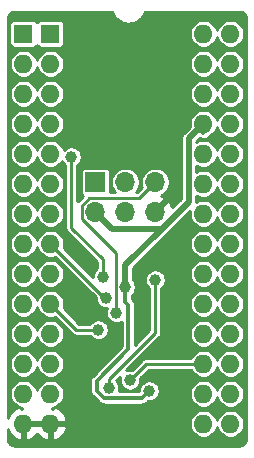
<source format=gbl>
G04 #@! TF.GenerationSoftware,KiCad,Pcbnew,5.1.9+dfsg1-1*
G04 #@! TF.CreationDate,2021-03-03T15:22:06-06:00*
G04 #@! TF.ProjectId,Nano SwinSIDb,4e616e6f-2053-4776-996e-534944622e6b,rev?*
G04 #@! TF.SameCoordinates,Original*
G04 #@! TF.FileFunction,Copper,L2,Bot*
G04 #@! TF.FilePolarity,Positive*
%FSLAX46Y46*%
G04 Gerber Fmt 4.6, Leading zero omitted, Abs format (unit mm)*
G04 Created by KiCad (PCBNEW 5.1.9+dfsg1-1) date 2021-03-03 15:22:06*
%MOMM*%
%LPD*%
G01*
G04 APERTURE LIST*
G04 #@! TA.AperFunction,ComponentPad*
%ADD10O,1.600000X1.600000*%
G04 #@! TD*
G04 #@! TA.AperFunction,ComponentPad*
%ADD11R,1.600000X1.600000*%
G04 #@! TD*
G04 #@! TA.AperFunction,ComponentPad*
%ADD12O,1.700000X1.700000*%
G04 #@! TD*
G04 #@! TA.AperFunction,ComponentPad*
%ADD13R,1.700000X1.700000*%
G04 #@! TD*
G04 #@! TA.AperFunction,ViaPad*
%ADD14C,1.000000*%
G04 #@! TD*
G04 #@! TA.AperFunction,Conductor*
%ADD15C,0.250000*%
G04 #@! TD*
G04 #@! TA.AperFunction,Conductor*
%ADD16C,0.500000*%
G04 #@! TD*
G04 #@! TA.AperFunction,Conductor*
%ADD17C,0.350000*%
G04 #@! TD*
G04 #@! TA.AperFunction,Conductor*
%ADD18C,0.254000*%
G04 #@! TD*
G04 #@! TA.AperFunction,Conductor*
%ADD19C,0.150000*%
G04 #@! TD*
G04 APERTURE END LIST*
D10*
X111760000Y-81280000D03*
X96520000Y-114300000D03*
X111760000Y-83820000D03*
X96520000Y-111760000D03*
X111760000Y-86360000D03*
X96520000Y-109220000D03*
X111760000Y-88900000D03*
X96520000Y-106680000D03*
X111760000Y-91440000D03*
X96520000Y-104140000D03*
X111760000Y-93980000D03*
X96520000Y-101600000D03*
X111760000Y-96520000D03*
X96520000Y-99060000D03*
X111760000Y-99060000D03*
X96520000Y-96520000D03*
X111760000Y-101600000D03*
X96520000Y-93980000D03*
X111760000Y-104140000D03*
X96520000Y-91440000D03*
X111760000Y-106680000D03*
X96520000Y-88900000D03*
X111760000Y-109220000D03*
X96520000Y-86360000D03*
X111760000Y-111760000D03*
X96520000Y-83820000D03*
X111760000Y-114300000D03*
D11*
X96520000Y-81280000D03*
D10*
X109474000Y-81280000D03*
X94234000Y-114300000D03*
X109474000Y-83820000D03*
X94234000Y-111760000D03*
X109474000Y-86360000D03*
X94234000Y-109220000D03*
X109474000Y-88900000D03*
X94234000Y-106680000D03*
X109474000Y-91440000D03*
X94234000Y-104140000D03*
X109474000Y-93980000D03*
X94234000Y-101600000D03*
X109474000Y-96520000D03*
X94234000Y-99060000D03*
X109474000Y-99060000D03*
X94234000Y-96520000D03*
X109474000Y-101600000D03*
X94234000Y-93980000D03*
X109474000Y-104140000D03*
X94234000Y-91440000D03*
X109474000Y-106680000D03*
X94234000Y-88900000D03*
X109474000Y-109220000D03*
X94234000Y-86360000D03*
X109474000Y-111760000D03*
X94234000Y-83820000D03*
X109474000Y-114300000D03*
D11*
X94234000Y-81280000D03*
D12*
X105410000Y-96393000D03*
X105410000Y-93853000D03*
X102870000Y-96393000D03*
X102870000Y-93853000D03*
X100330000Y-96393000D03*
D13*
X100330000Y-93853000D03*
D14*
X101219000Y-103632000D03*
X102108000Y-104902000D03*
X103251000Y-110617000D03*
X100584000Y-106339000D03*
X100584000Y-104775000D03*
X104013000Y-103759000D03*
X102870000Y-102729001D03*
X104902000Y-111506000D03*
X98298000Y-91694000D03*
X100965000Y-101854000D03*
X101473000Y-111252000D03*
X105410000Y-102108000D03*
D15*
X101092000Y-103632000D02*
X101219000Y-103632000D01*
X96520000Y-99060000D02*
X101092000Y-103632000D01*
X102044999Y-104838999D02*
X102108000Y-104902000D01*
X102044999Y-99847001D02*
X102044999Y-104838999D01*
X99154999Y-96957001D02*
X102044999Y-99847001D01*
X99154999Y-95828999D02*
X99154999Y-96957001D01*
X99765999Y-95217999D02*
X99154999Y-95828999D01*
X104045001Y-95217999D02*
X99765999Y-95217999D01*
X105410000Y-93853000D02*
X104045001Y-95217999D01*
X104829894Y-109220000D02*
X109474000Y-109220000D01*
X104648000Y-109220000D02*
X104829894Y-109220000D01*
X103251000Y-110617000D02*
X104648000Y-109220000D01*
X98719000Y-106339000D02*
X96520000Y-104140000D01*
X100584000Y-106339000D02*
X98719000Y-106339000D01*
D16*
X105410000Y-96393000D02*
X106680000Y-95123000D01*
X109474000Y-88900000D02*
X109474000Y-89589998D01*
X101727000Y-97790000D02*
X100330000Y-96393000D01*
X105937002Y-97790000D02*
X101727000Y-97790000D01*
X102870000Y-100857002D02*
X105937002Y-97790000D01*
X102870000Y-102729001D02*
X102870000Y-100857002D01*
X108223999Y-95503003D02*
X105937002Y-97790000D01*
X108223999Y-90150001D02*
X108223999Y-95503003D01*
X109474000Y-88900000D02*
X108223999Y-90150001D01*
D17*
X102870000Y-102729001D02*
X102870000Y-104013000D01*
X102870000Y-104013000D02*
X103124000Y-104267000D01*
X103124000Y-107988998D02*
X100457000Y-110655998D01*
X103124000Y-104267000D02*
X103124000Y-107988998D01*
X100457000Y-110655998D02*
X100457000Y-111531002D01*
X104280999Y-112127001D02*
X104902000Y-111506000D01*
X101052999Y-112127001D02*
X104280999Y-112127001D01*
X100457000Y-111531002D02*
X101052999Y-112127001D01*
D15*
X98298000Y-91694000D02*
X98298000Y-91694000D01*
X98298000Y-97713000D02*
X98298000Y-91694000D01*
X100965000Y-100380000D02*
X98298000Y-97713000D01*
X100965000Y-101854000D02*
X100965000Y-100380000D01*
X105410000Y-102489000D02*
X105410000Y-102489000D01*
X105410000Y-103124000D02*
X105410000Y-102108000D01*
X101473000Y-110544894D02*
X105410000Y-106607894D01*
X105410000Y-106607894D02*
X105410000Y-103124000D01*
X101473000Y-111252000D02*
X101473000Y-110544894D01*
D18*
X101779333Y-79524566D02*
X101794715Y-79560456D01*
X101809608Y-79596589D01*
X101812471Y-79601883D01*
X101907998Y-79775643D01*
X101930042Y-79807838D01*
X101951683Y-79840410D01*
X101955519Y-79845047D01*
X102082976Y-79996944D01*
X102110850Y-80024241D01*
X102138411Y-80051995D01*
X102143075Y-80055798D01*
X102297609Y-80180047D01*
X102330285Y-80201430D01*
X102362682Y-80223282D01*
X102367985Y-80226101D01*
X102367994Y-80226107D01*
X102368003Y-80226111D01*
X102543720Y-80317973D01*
X102579945Y-80332609D01*
X102615950Y-80347744D01*
X102621701Y-80349480D01*
X102621711Y-80349484D01*
X102621721Y-80349486D01*
X102811932Y-80405469D01*
X102850322Y-80412792D01*
X102888570Y-80420643D01*
X102894548Y-80421229D01*
X102894559Y-80421231D01*
X102894569Y-80421231D01*
X103092031Y-80439201D01*
X103131094Y-80438928D01*
X103170156Y-80439201D01*
X103176145Y-80438614D01*
X103373347Y-80417887D01*
X103411583Y-80410038D01*
X103449983Y-80402713D01*
X103455742Y-80400974D01*
X103455748Y-80400972D01*
X103645165Y-80342338D01*
X103681120Y-80327224D01*
X103717397Y-80312567D01*
X103722711Y-80309741D01*
X103897134Y-80215430D01*
X103929487Y-80193608D01*
X103962206Y-80172197D01*
X103966870Y-80168393D01*
X104119654Y-80041999D01*
X104147193Y-80014268D01*
X104175089Y-79986950D01*
X104178920Y-79982319D01*
X104178926Y-79982313D01*
X104178930Y-79982306D01*
X104304249Y-79828651D01*
X104325857Y-79796128D01*
X104347936Y-79763883D01*
X104350798Y-79758589D01*
X104443889Y-79583511D01*
X104458781Y-79547382D01*
X104474165Y-79511488D01*
X104475940Y-79505751D01*
X104475944Y-79505742D01*
X104475946Y-79505733D01*
X104500320Y-79425000D01*
X112500919Y-79425000D01*
X112635228Y-79438169D01*
X112744139Y-79471051D01*
X112844589Y-79524462D01*
X112932755Y-79596368D01*
X113005274Y-79684029D01*
X113059385Y-79784103D01*
X113093026Y-79892783D01*
X113107000Y-80025734D01*
X113107001Y-115548909D01*
X113093831Y-115683227D01*
X113060949Y-115792139D01*
X113007538Y-115892589D01*
X112935632Y-115980755D01*
X112847972Y-116053274D01*
X112747895Y-116107385D01*
X112639218Y-116141026D01*
X112506266Y-116155000D01*
X93493081Y-116155000D01*
X93358773Y-116141831D01*
X93249861Y-116108949D01*
X93149411Y-116055538D01*
X93061245Y-115983632D01*
X92988726Y-115895972D01*
X92934615Y-115795895D01*
X92900974Y-115687218D01*
X92887000Y-115554266D01*
X92887000Y-114792071D01*
X93002963Y-115037420D01*
X93170481Y-115263414D01*
X93378869Y-115452385D01*
X93620119Y-115597070D01*
X93884960Y-115691909D01*
X94107000Y-115570624D01*
X94107000Y-114427000D01*
X94361000Y-114427000D01*
X94361000Y-115570624D01*
X94583040Y-115691909D01*
X94847881Y-115597070D01*
X95089131Y-115452385D01*
X95297519Y-115263414D01*
X95377000Y-115156188D01*
X95456481Y-115263414D01*
X95664869Y-115452385D01*
X95906119Y-115597070D01*
X96170960Y-115691909D01*
X96393000Y-115570624D01*
X96393000Y-114427000D01*
X96647000Y-114427000D01*
X96647000Y-115570624D01*
X96869040Y-115691909D01*
X97133881Y-115597070D01*
X97375131Y-115452385D01*
X97583519Y-115263414D01*
X97751037Y-115037420D01*
X97871246Y-114783087D01*
X97911904Y-114649039D01*
X97789915Y-114427000D01*
X96647000Y-114427000D01*
X96393000Y-114427000D01*
X94361000Y-114427000D01*
X94107000Y-114427000D01*
X94087000Y-114427000D01*
X94087000Y-114183682D01*
X108293000Y-114183682D01*
X108293000Y-114416318D01*
X108338386Y-114644485D01*
X108427412Y-114859413D01*
X108556658Y-115052843D01*
X108721157Y-115217342D01*
X108914587Y-115346588D01*
X109129515Y-115435614D01*
X109357682Y-115481000D01*
X109590318Y-115481000D01*
X109818485Y-115435614D01*
X110033413Y-115346588D01*
X110226843Y-115217342D01*
X110391342Y-115052843D01*
X110520588Y-114859413D01*
X110609614Y-114644485D01*
X110617000Y-114607354D01*
X110624386Y-114644485D01*
X110713412Y-114859413D01*
X110842658Y-115052843D01*
X111007157Y-115217342D01*
X111200587Y-115346588D01*
X111415515Y-115435614D01*
X111643682Y-115481000D01*
X111876318Y-115481000D01*
X112104485Y-115435614D01*
X112319413Y-115346588D01*
X112512843Y-115217342D01*
X112677342Y-115052843D01*
X112806588Y-114859413D01*
X112895614Y-114644485D01*
X112941000Y-114416318D01*
X112941000Y-114183682D01*
X112895614Y-113955515D01*
X112806588Y-113740587D01*
X112677342Y-113547157D01*
X112512843Y-113382658D01*
X112319413Y-113253412D01*
X112104485Y-113164386D01*
X111876318Y-113119000D01*
X111643682Y-113119000D01*
X111415515Y-113164386D01*
X111200587Y-113253412D01*
X111007157Y-113382658D01*
X110842658Y-113547157D01*
X110713412Y-113740587D01*
X110624386Y-113955515D01*
X110617000Y-113992646D01*
X110609614Y-113955515D01*
X110520588Y-113740587D01*
X110391342Y-113547157D01*
X110226843Y-113382658D01*
X110033413Y-113253412D01*
X109818485Y-113164386D01*
X109590318Y-113119000D01*
X109357682Y-113119000D01*
X109129515Y-113164386D01*
X108914587Y-113253412D01*
X108721157Y-113382658D01*
X108556658Y-113547157D01*
X108427412Y-113740587D01*
X108338386Y-113955515D01*
X108293000Y-114183682D01*
X94087000Y-114183682D01*
X94087000Y-114173000D01*
X94107000Y-114173000D01*
X94107000Y-114153000D01*
X94361000Y-114153000D01*
X94361000Y-114173000D01*
X96393000Y-114173000D01*
X96393000Y-114153000D01*
X96647000Y-114153000D01*
X96647000Y-114173000D01*
X97789915Y-114173000D01*
X97911904Y-113950961D01*
X97871246Y-113816913D01*
X97751037Y-113562580D01*
X97583519Y-113336586D01*
X97375131Y-113147615D01*
X97133881Y-113002930D01*
X96869040Y-112908091D01*
X96647002Y-113029375D01*
X96647002Y-112938875D01*
X96864485Y-112895614D01*
X97079413Y-112806588D01*
X97272843Y-112677342D01*
X97437342Y-112512843D01*
X97566588Y-112319413D01*
X97655614Y-112104485D01*
X97701000Y-111876318D01*
X97701000Y-111643682D01*
X97655614Y-111415515D01*
X97566588Y-111200587D01*
X97437342Y-111007157D01*
X97272843Y-110842658D01*
X97079413Y-110713412D01*
X96864485Y-110624386D01*
X96636318Y-110579000D01*
X96403682Y-110579000D01*
X96175515Y-110624386D01*
X95960587Y-110713412D01*
X95767157Y-110842658D01*
X95602658Y-111007157D01*
X95473412Y-111200587D01*
X95384386Y-111415515D01*
X95377000Y-111452646D01*
X95369614Y-111415515D01*
X95280588Y-111200587D01*
X95151342Y-111007157D01*
X94986843Y-110842658D01*
X94793413Y-110713412D01*
X94578485Y-110624386D01*
X94350318Y-110579000D01*
X94117682Y-110579000D01*
X93889515Y-110624386D01*
X93674587Y-110713412D01*
X93481157Y-110842658D01*
X93316658Y-111007157D01*
X93187412Y-111200587D01*
X93098386Y-111415515D01*
X93053000Y-111643682D01*
X93053000Y-111876318D01*
X93098386Y-112104485D01*
X93187412Y-112319413D01*
X93316658Y-112512843D01*
X93481157Y-112677342D01*
X93674587Y-112806588D01*
X93889515Y-112895614D01*
X94106998Y-112938875D01*
X94106998Y-113029375D01*
X93884960Y-112908091D01*
X93620119Y-113002930D01*
X93378869Y-113147615D01*
X93170481Y-113336586D01*
X93002963Y-113562580D01*
X92887000Y-113807929D01*
X92887000Y-109103682D01*
X93053000Y-109103682D01*
X93053000Y-109336318D01*
X93098386Y-109564485D01*
X93187412Y-109779413D01*
X93316658Y-109972843D01*
X93481157Y-110137342D01*
X93674587Y-110266588D01*
X93889515Y-110355614D01*
X94117682Y-110401000D01*
X94350318Y-110401000D01*
X94578485Y-110355614D01*
X94793413Y-110266588D01*
X94986843Y-110137342D01*
X95151342Y-109972843D01*
X95280588Y-109779413D01*
X95369614Y-109564485D01*
X95377000Y-109527354D01*
X95384386Y-109564485D01*
X95473412Y-109779413D01*
X95602658Y-109972843D01*
X95767157Y-110137342D01*
X95960587Y-110266588D01*
X96175515Y-110355614D01*
X96403682Y-110401000D01*
X96636318Y-110401000D01*
X96864485Y-110355614D01*
X97079413Y-110266588D01*
X97272843Y-110137342D01*
X97437342Y-109972843D01*
X97566588Y-109779413D01*
X97655614Y-109564485D01*
X97701000Y-109336318D01*
X97701000Y-109103682D01*
X97655614Y-108875515D01*
X97566588Y-108660587D01*
X97437342Y-108467157D01*
X97272843Y-108302658D01*
X97079413Y-108173412D01*
X96864485Y-108084386D01*
X96636318Y-108039000D01*
X96403682Y-108039000D01*
X96175515Y-108084386D01*
X95960587Y-108173412D01*
X95767157Y-108302658D01*
X95602658Y-108467157D01*
X95473412Y-108660587D01*
X95384386Y-108875515D01*
X95377000Y-108912646D01*
X95369614Y-108875515D01*
X95280588Y-108660587D01*
X95151342Y-108467157D01*
X94986843Y-108302658D01*
X94793413Y-108173412D01*
X94578485Y-108084386D01*
X94350318Y-108039000D01*
X94117682Y-108039000D01*
X93889515Y-108084386D01*
X93674587Y-108173412D01*
X93481157Y-108302658D01*
X93316658Y-108467157D01*
X93187412Y-108660587D01*
X93098386Y-108875515D01*
X93053000Y-109103682D01*
X92887000Y-109103682D01*
X92887000Y-106563682D01*
X93053000Y-106563682D01*
X93053000Y-106796318D01*
X93098386Y-107024485D01*
X93187412Y-107239413D01*
X93316658Y-107432843D01*
X93481157Y-107597342D01*
X93674587Y-107726588D01*
X93889515Y-107815614D01*
X94117682Y-107861000D01*
X94350318Y-107861000D01*
X94578485Y-107815614D01*
X94793413Y-107726588D01*
X94986843Y-107597342D01*
X95151342Y-107432843D01*
X95280588Y-107239413D01*
X95369614Y-107024485D01*
X95377000Y-106987354D01*
X95384386Y-107024485D01*
X95473412Y-107239413D01*
X95602658Y-107432843D01*
X95767157Y-107597342D01*
X95960587Y-107726588D01*
X96175515Y-107815614D01*
X96403682Y-107861000D01*
X96636318Y-107861000D01*
X96864485Y-107815614D01*
X97079413Y-107726588D01*
X97272843Y-107597342D01*
X97437342Y-107432843D01*
X97566588Y-107239413D01*
X97655614Y-107024485D01*
X97701000Y-106796318D01*
X97701000Y-106563682D01*
X97655614Y-106335515D01*
X97566588Y-106120587D01*
X97437342Y-105927157D01*
X97272843Y-105762658D01*
X97079413Y-105633412D01*
X96864485Y-105544386D01*
X96636318Y-105499000D01*
X96403682Y-105499000D01*
X96175515Y-105544386D01*
X95960587Y-105633412D01*
X95767157Y-105762658D01*
X95602658Y-105927157D01*
X95473412Y-106120587D01*
X95384386Y-106335515D01*
X95377000Y-106372646D01*
X95369614Y-106335515D01*
X95280588Y-106120587D01*
X95151342Y-105927157D01*
X94986843Y-105762658D01*
X94793413Y-105633412D01*
X94578485Y-105544386D01*
X94350318Y-105499000D01*
X94117682Y-105499000D01*
X93889515Y-105544386D01*
X93674587Y-105633412D01*
X93481157Y-105762658D01*
X93316658Y-105927157D01*
X93187412Y-106120587D01*
X93098386Y-106335515D01*
X93053000Y-106563682D01*
X92887000Y-106563682D01*
X92887000Y-104023682D01*
X93053000Y-104023682D01*
X93053000Y-104256318D01*
X93098386Y-104484485D01*
X93187412Y-104699413D01*
X93316658Y-104892843D01*
X93481157Y-105057342D01*
X93674587Y-105186588D01*
X93889515Y-105275614D01*
X94117682Y-105321000D01*
X94350318Y-105321000D01*
X94578485Y-105275614D01*
X94793413Y-105186588D01*
X94986843Y-105057342D01*
X95151342Y-104892843D01*
X95280588Y-104699413D01*
X95369614Y-104484485D01*
X95377000Y-104447354D01*
X95384386Y-104484485D01*
X95473412Y-104699413D01*
X95602658Y-104892843D01*
X95767157Y-105057342D01*
X95960587Y-105186588D01*
X96175515Y-105275614D01*
X96403682Y-105321000D01*
X96636318Y-105321000D01*
X96864485Y-105275614D01*
X96917898Y-105253490D01*
X98343628Y-106679220D01*
X98359473Y-106698527D01*
X98436521Y-106761759D01*
X98501176Y-106796318D01*
X98524425Y-106808745D01*
X98619807Y-106837678D01*
X98719000Y-106847448D01*
X98743854Y-106845000D01*
X99862528Y-106845000D01*
X99899682Y-106900605D01*
X100022395Y-107023318D01*
X100166690Y-107119732D01*
X100327022Y-107186144D01*
X100497229Y-107220000D01*
X100670771Y-107220000D01*
X100840978Y-107186144D01*
X101001310Y-107119732D01*
X101145605Y-107023318D01*
X101268318Y-106900605D01*
X101364732Y-106756310D01*
X101431144Y-106595978D01*
X101465000Y-106425771D01*
X101465000Y-106252229D01*
X101431144Y-106082022D01*
X101364732Y-105921690D01*
X101268318Y-105777395D01*
X101145605Y-105654682D01*
X101001310Y-105558268D01*
X100840978Y-105491856D01*
X100670771Y-105458000D01*
X100497229Y-105458000D01*
X100327022Y-105491856D01*
X100166690Y-105558268D01*
X100022395Y-105654682D01*
X99899682Y-105777395D01*
X99862528Y-105833000D01*
X98928592Y-105833000D01*
X97633490Y-104537898D01*
X97655614Y-104484485D01*
X97701000Y-104256318D01*
X97701000Y-104023682D01*
X97655614Y-103795515D01*
X97566588Y-103580587D01*
X97437342Y-103387157D01*
X97272843Y-103222658D01*
X97079413Y-103093412D01*
X96864485Y-103004386D01*
X96636318Y-102959000D01*
X96403682Y-102959000D01*
X96175515Y-103004386D01*
X95960587Y-103093412D01*
X95767157Y-103222658D01*
X95602658Y-103387157D01*
X95473412Y-103580587D01*
X95384386Y-103795515D01*
X95377000Y-103832646D01*
X95369614Y-103795515D01*
X95280588Y-103580587D01*
X95151342Y-103387157D01*
X94986843Y-103222658D01*
X94793413Y-103093412D01*
X94578485Y-103004386D01*
X94350318Y-102959000D01*
X94117682Y-102959000D01*
X93889515Y-103004386D01*
X93674587Y-103093412D01*
X93481157Y-103222658D01*
X93316658Y-103387157D01*
X93187412Y-103580587D01*
X93098386Y-103795515D01*
X93053000Y-104023682D01*
X92887000Y-104023682D01*
X92887000Y-101483682D01*
X93053000Y-101483682D01*
X93053000Y-101716318D01*
X93098386Y-101944485D01*
X93187412Y-102159413D01*
X93316658Y-102352843D01*
X93481157Y-102517342D01*
X93674587Y-102646588D01*
X93889515Y-102735614D01*
X94117682Y-102781000D01*
X94350318Y-102781000D01*
X94578485Y-102735614D01*
X94793413Y-102646588D01*
X94986843Y-102517342D01*
X95151342Y-102352843D01*
X95280588Y-102159413D01*
X95369614Y-101944485D01*
X95377000Y-101907354D01*
X95384386Y-101944485D01*
X95473412Y-102159413D01*
X95602658Y-102352843D01*
X95767157Y-102517342D01*
X95960587Y-102646588D01*
X96175515Y-102735614D01*
X96403682Y-102781000D01*
X96636318Y-102781000D01*
X96864485Y-102735614D01*
X97079413Y-102646588D01*
X97272843Y-102517342D01*
X97437342Y-102352843D01*
X97566588Y-102159413D01*
X97655614Y-101944485D01*
X97701000Y-101716318D01*
X97701000Y-101483682D01*
X97655614Y-101255515D01*
X97566588Y-101040587D01*
X97437342Y-100847157D01*
X97272843Y-100682658D01*
X97079413Y-100553412D01*
X96864485Y-100464386D01*
X96636318Y-100419000D01*
X96403682Y-100419000D01*
X96175515Y-100464386D01*
X95960587Y-100553412D01*
X95767157Y-100682658D01*
X95602658Y-100847157D01*
X95473412Y-101040587D01*
X95384386Y-101255515D01*
X95377000Y-101292646D01*
X95369614Y-101255515D01*
X95280588Y-101040587D01*
X95151342Y-100847157D01*
X94986843Y-100682658D01*
X94793413Y-100553412D01*
X94578485Y-100464386D01*
X94350318Y-100419000D01*
X94117682Y-100419000D01*
X93889515Y-100464386D01*
X93674587Y-100553412D01*
X93481157Y-100682658D01*
X93316658Y-100847157D01*
X93187412Y-101040587D01*
X93098386Y-101255515D01*
X93053000Y-101483682D01*
X92887000Y-101483682D01*
X92887000Y-96403682D01*
X93053000Y-96403682D01*
X93053000Y-96636318D01*
X93098386Y-96864485D01*
X93187412Y-97079413D01*
X93316658Y-97272843D01*
X93481157Y-97437342D01*
X93674587Y-97566588D01*
X93889515Y-97655614D01*
X94117682Y-97701000D01*
X94350318Y-97701000D01*
X94578485Y-97655614D01*
X94793413Y-97566588D01*
X94986843Y-97437342D01*
X95151342Y-97272843D01*
X95280588Y-97079413D01*
X95369614Y-96864485D01*
X95377000Y-96827354D01*
X95384386Y-96864485D01*
X95473412Y-97079413D01*
X95602658Y-97272843D01*
X95767157Y-97437342D01*
X95960587Y-97566588D01*
X96175515Y-97655614D01*
X96403682Y-97701000D01*
X96636318Y-97701000D01*
X96864485Y-97655614D01*
X97079413Y-97566588D01*
X97272843Y-97437342D01*
X97437342Y-97272843D01*
X97566588Y-97079413D01*
X97655614Y-96864485D01*
X97701000Y-96636318D01*
X97701000Y-96403682D01*
X97655614Y-96175515D01*
X97566588Y-95960587D01*
X97437342Y-95767157D01*
X97272843Y-95602658D01*
X97079413Y-95473412D01*
X96864485Y-95384386D01*
X96636318Y-95339000D01*
X96403682Y-95339000D01*
X96175515Y-95384386D01*
X95960587Y-95473412D01*
X95767157Y-95602658D01*
X95602658Y-95767157D01*
X95473412Y-95960587D01*
X95384386Y-96175515D01*
X95377000Y-96212646D01*
X95369614Y-96175515D01*
X95280588Y-95960587D01*
X95151342Y-95767157D01*
X94986843Y-95602658D01*
X94793413Y-95473412D01*
X94578485Y-95384386D01*
X94350318Y-95339000D01*
X94117682Y-95339000D01*
X93889515Y-95384386D01*
X93674587Y-95473412D01*
X93481157Y-95602658D01*
X93316658Y-95767157D01*
X93187412Y-95960587D01*
X93098386Y-96175515D01*
X93053000Y-96403682D01*
X92887000Y-96403682D01*
X92887000Y-93863682D01*
X93053000Y-93863682D01*
X93053000Y-94096318D01*
X93098386Y-94324485D01*
X93187412Y-94539413D01*
X93316658Y-94732843D01*
X93481157Y-94897342D01*
X93674587Y-95026588D01*
X93889515Y-95115614D01*
X94117682Y-95161000D01*
X94350318Y-95161000D01*
X94578485Y-95115614D01*
X94793413Y-95026588D01*
X94986843Y-94897342D01*
X95151342Y-94732843D01*
X95280588Y-94539413D01*
X95369614Y-94324485D01*
X95377000Y-94287354D01*
X95384386Y-94324485D01*
X95473412Y-94539413D01*
X95602658Y-94732843D01*
X95767157Y-94897342D01*
X95960587Y-95026588D01*
X96175515Y-95115614D01*
X96403682Y-95161000D01*
X96636318Y-95161000D01*
X96864485Y-95115614D01*
X97079413Y-95026588D01*
X97272843Y-94897342D01*
X97437342Y-94732843D01*
X97566588Y-94539413D01*
X97655614Y-94324485D01*
X97701000Y-94096318D01*
X97701000Y-93863682D01*
X97655614Y-93635515D01*
X97566588Y-93420587D01*
X97437342Y-93227157D01*
X97272843Y-93062658D01*
X97079413Y-92933412D01*
X96864485Y-92844386D01*
X96636318Y-92799000D01*
X96403682Y-92799000D01*
X96175515Y-92844386D01*
X95960587Y-92933412D01*
X95767157Y-93062658D01*
X95602658Y-93227157D01*
X95473412Y-93420587D01*
X95384386Y-93635515D01*
X95377000Y-93672646D01*
X95369614Y-93635515D01*
X95280588Y-93420587D01*
X95151342Y-93227157D01*
X94986843Y-93062658D01*
X94793413Y-92933412D01*
X94578485Y-92844386D01*
X94350318Y-92799000D01*
X94117682Y-92799000D01*
X93889515Y-92844386D01*
X93674587Y-92933412D01*
X93481157Y-93062658D01*
X93316658Y-93227157D01*
X93187412Y-93420587D01*
X93098386Y-93635515D01*
X93053000Y-93863682D01*
X92887000Y-93863682D01*
X92887000Y-91323682D01*
X93053000Y-91323682D01*
X93053000Y-91556318D01*
X93098386Y-91784485D01*
X93187412Y-91999413D01*
X93316658Y-92192843D01*
X93481157Y-92357342D01*
X93674587Y-92486588D01*
X93889515Y-92575614D01*
X94117682Y-92621000D01*
X94350318Y-92621000D01*
X94578485Y-92575614D01*
X94793413Y-92486588D01*
X94986843Y-92357342D01*
X95151342Y-92192843D01*
X95280588Y-91999413D01*
X95369614Y-91784485D01*
X95377000Y-91747354D01*
X95384386Y-91784485D01*
X95473412Y-91999413D01*
X95602658Y-92192843D01*
X95767157Y-92357342D01*
X95960587Y-92486588D01*
X96175515Y-92575614D01*
X96403682Y-92621000D01*
X96636318Y-92621000D01*
X96864485Y-92575614D01*
X97079413Y-92486588D01*
X97272843Y-92357342D01*
X97437342Y-92192843D01*
X97507530Y-92087800D01*
X97517268Y-92111310D01*
X97613682Y-92255605D01*
X97736395Y-92378318D01*
X97792001Y-92415472D01*
X97792000Y-97688154D01*
X97789553Y-97713000D01*
X97792000Y-97737846D01*
X97792000Y-97737853D01*
X97799322Y-97812192D01*
X97828255Y-97907574D01*
X97875241Y-97995479D01*
X97938473Y-98072527D01*
X97957785Y-98088376D01*
X100459001Y-100589593D01*
X100459000Y-101132528D01*
X100403395Y-101169682D01*
X100280682Y-101292395D01*
X100184268Y-101436690D01*
X100117856Y-101597022D01*
X100084000Y-101767229D01*
X100084000Y-101908408D01*
X97633489Y-99457898D01*
X97655614Y-99404485D01*
X97701000Y-99176318D01*
X97701000Y-98943682D01*
X97655614Y-98715515D01*
X97566588Y-98500587D01*
X97437342Y-98307157D01*
X97272843Y-98142658D01*
X97079413Y-98013412D01*
X96864485Y-97924386D01*
X96636318Y-97879000D01*
X96403682Y-97879000D01*
X96175515Y-97924386D01*
X95960587Y-98013412D01*
X95767157Y-98142658D01*
X95602658Y-98307157D01*
X95473412Y-98500587D01*
X95384386Y-98715515D01*
X95377000Y-98752646D01*
X95369614Y-98715515D01*
X95280588Y-98500587D01*
X95151342Y-98307157D01*
X94986843Y-98142658D01*
X94793413Y-98013412D01*
X94578485Y-97924386D01*
X94350318Y-97879000D01*
X94117682Y-97879000D01*
X93889515Y-97924386D01*
X93674587Y-98013412D01*
X93481157Y-98142658D01*
X93316658Y-98307157D01*
X93187412Y-98500587D01*
X93098386Y-98715515D01*
X93053000Y-98943682D01*
X93053000Y-99176318D01*
X93098386Y-99404485D01*
X93187412Y-99619413D01*
X93316658Y-99812843D01*
X93481157Y-99977342D01*
X93674587Y-100106588D01*
X93889515Y-100195614D01*
X94117682Y-100241000D01*
X94350318Y-100241000D01*
X94578485Y-100195614D01*
X94793413Y-100106588D01*
X94986843Y-99977342D01*
X95151342Y-99812843D01*
X95280588Y-99619413D01*
X95369614Y-99404485D01*
X95377000Y-99367354D01*
X95384386Y-99404485D01*
X95473412Y-99619413D01*
X95602658Y-99812843D01*
X95767157Y-99977342D01*
X95960587Y-100106588D01*
X96175515Y-100195614D01*
X96403682Y-100241000D01*
X96636318Y-100241000D01*
X96864485Y-100195614D01*
X96917898Y-100173489D01*
X100338000Y-103593592D01*
X100338000Y-103718771D01*
X100371856Y-103888978D01*
X100438268Y-104049310D01*
X100534682Y-104193605D01*
X100657395Y-104316318D01*
X100801690Y-104412732D01*
X100962022Y-104479144D01*
X101132229Y-104513000D01*
X101305771Y-104513000D01*
X101316419Y-104510882D01*
X101260856Y-104645022D01*
X101227000Y-104815229D01*
X101227000Y-104988771D01*
X101260856Y-105158978D01*
X101327268Y-105319310D01*
X101423682Y-105463605D01*
X101546395Y-105586318D01*
X101690690Y-105682732D01*
X101851022Y-105749144D01*
X102021229Y-105783000D01*
X102194771Y-105783000D01*
X102364978Y-105749144D01*
X102525310Y-105682732D01*
X102568000Y-105654207D01*
X102568001Y-107758694D01*
X100083168Y-110243529D01*
X100061947Y-110260945D01*
X99992466Y-110345606D01*
X99940838Y-110442198D01*
X99909045Y-110547004D01*
X99901000Y-110628687D01*
X99901000Y-110628694D01*
X99898311Y-110655998D01*
X99901000Y-110683302D01*
X99901000Y-111503698D01*
X99898311Y-111531002D01*
X99901000Y-111558306D01*
X99901000Y-111558314D01*
X99902250Y-111571001D01*
X99909045Y-111639996D01*
X99915862Y-111662467D01*
X99940839Y-111744803D01*
X99992467Y-111841394D01*
X100061948Y-111926055D01*
X100083163Y-111943466D01*
X100640534Y-112500838D01*
X100657946Y-112522054D01*
X100742607Y-112591535D01*
X100839198Y-112643163D01*
X100944004Y-112674956D01*
X101025687Y-112683001D01*
X101025694Y-112683001D01*
X101052999Y-112685690D01*
X101080303Y-112683001D01*
X104253695Y-112683001D01*
X104280999Y-112685690D01*
X104308303Y-112683001D01*
X104308311Y-112683001D01*
X104389994Y-112674956D01*
X104494800Y-112643163D01*
X104591391Y-112591535D01*
X104676052Y-112522054D01*
X104693468Y-112500833D01*
X104808617Y-112385685D01*
X104815229Y-112387000D01*
X104988771Y-112387000D01*
X105158978Y-112353144D01*
X105319310Y-112286732D01*
X105463605Y-112190318D01*
X105586318Y-112067605D01*
X105682732Y-111923310D01*
X105749144Y-111762978D01*
X105772873Y-111643682D01*
X108293000Y-111643682D01*
X108293000Y-111876318D01*
X108338386Y-112104485D01*
X108427412Y-112319413D01*
X108556658Y-112512843D01*
X108721157Y-112677342D01*
X108914587Y-112806588D01*
X109129515Y-112895614D01*
X109357682Y-112941000D01*
X109590318Y-112941000D01*
X109818485Y-112895614D01*
X110033413Y-112806588D01*
X110226843Y-112677342D01*
X110391342Y-112512843D01*
X110520588Y-112319413D01*
X110609614Y-112104485D01*
X110617000Y-112067354D01*
X110624386Y-112104485D01*
X110713412Y-112319413D01*
X110842658Y-112512843D01*
X111007157Y-112677342D01*
X111200587Y-112806588D01*
X111415515Y-112895614D01*
X111643682Y-112941000D01*
X111876318Y-112941000D01*
X112104485Y-112895614D01*
X112319413Y-112806588D01*
X112512843Y-112677342D01*
X112677342Y-112512843D01*
X112806588Y-112319413D01*
X112895614Y-112104485D01*
X112941000Y-111876318D01*
X112941000Y-111643682D01*
X112895614Y-111415515D01*
X112806588Y-111200587D01*
X112677342Y-111007157D01*
X112512843Y-110842658D01*
X112319413Y-110713412D01*
X112104485Y-110624386D01*
X111876318Y-110579000D01*
X111643682Y-110579000D01*
X111415515Y-110624386D01*
X111200587Y-110713412D01*
X111007157Y-110842658D01*
X110842658Y-111007157D01*
X110713412Y-111200587D01*
X110624386Y-111415515D01*
X110617000Y-111452646D01*
X110609614Y-111415515D01*
X110520588Y-111200587D01*
X110391342Y-111007157D01*
X110226843Y-110842658D01*
X110033413Y-110713412D01*
X109818485Y-110624386D01*
X109590318Y-110579000D01*
X109357682Y-110579000D01*
X109129515Y-110624386D01*
X108914587Y-110713412D01*
X108721157Y-110842658D01*
X108556658Y-111007157D01*
X108427412Y-111200587D01*
X108338386Y-111415515D01*
X108293000Y-111643682D01*
X105772873Y-111643682D01*
X105783000Y-111592771D01*
X105783000Y-111419229D01*
X105749144Y-111249022D01*
X105682732Y-111088690D01*
X105586318Y-110944395D01*
X105463605Y-110821682D01*
X105319310Y-110725268D01*
X105158978Y-110658856D01*
X104988771Y-110625000D01*
X104815229Y-110625000D01*
X104645022Y-110658856D01*
X104484690Y-110725268D01*
X104340395Y-110821682D01*
X104217682Y-110944395D01*
X104121268Y-111088690D01*
X104054856Y-111249022D01*
X104021000Y-111419229D01*
X104021000Y-111571001D01*
X102294453Y-111571001D01*
X102320144Y-111508978D01*
X102354000Y-111338771D01*
X102354000Y-111165229D01*
X102320144Y-110995022D01*
X102253732Y-110834690D01*
X102157318Y-110690395D01*
X102100204Y-110633281D01*
X102425347Y-110308138D01*
X102403856Y-110360022D01*
X102370000Y-110530229D01*
X102370000Y-110703771D01*
X102403856Y-110873978D01*
X102470268Y-111034310D01*
X102566682Y-111178605D01*
X102689395Y-111301318D01*
X102833690Y-111397732D01*
X102994022Y-111464144D01*
X103164229Y-111498000D01*
X103337771Y-111498000D01*
X103507978Y-111464144D01*
X103668310Y-111397732D01*
X103812605Y-111301318D01*
X103935318Y-111178605D01*
X104031732Y-111034310D01*
X104098144Y-110873978D01*
X104132000Y-110703771D01*
X104132000Y-110530229D01*
X104118953Y-110464638D01*
X104857592Y-109726000D01*
X108405288Y-109726000D01*
X108427412Y-109779413D01*
X108556658Y-109972843D01*
X108721157Y-110137342D01*
X108914587Y-110266588D01*
X109129515Y-110355614D01*
X109357682Y-110401000D01*
X109590318Y-110401000D01*
X109818485Y-110355614D01*
X110033413Y-110266588D01*
X110226843Y-110137342D01*
X110391342Y-109972843D01*
X110520588Y-109779413D01*
X110609614Y-109564485D01*
X110617000Y-109527354D01*
X110624386Y-109564485D01*
X110713412Y-109779413D01*
X110842658Y-109972843D01*
X111007157Y-110137342D01*
X111200587Y-110266588D01*
X111415515Y-110355614D01*
X111643682Y-110401000D01*
X111876318Y-110401000D01*
X112104485Y-110355614D01*
X112319413Y-110266588D01*
X112512843Y-110137342D01*
X112677342Y-109972843D01*
X112806588Y-109779413D01*
X112895614Y-109564485D01*
X112941000Y-109336318D01*
X112941000Y-109103682D01*
X112895614Y-108875515D01*
X112806588Y-108660587D01*
X112677342Y-108467157D01*
X112512843Y-108302658D01*
X112319413Y-108173412D01*
X112104485Y-108084386D01*
X111876318Y-108039000D01*
X111643682Y-108039000D01*
X111415515Y-108084386D01*
X111200587Y-108173412D01*
X111007157Y-108302658D01*
X110842658Y-108467157D01*
X110713412Y-108660587D01*
X110624386Y-108875515D01*
X110617000Y-108912646D01*
X110609614Y-108875515D01*
X110520588Y-108660587D01*
X110391342Y-108467157D01*
X110226843Y-108302658D01*
X110033413Y-108173412D01*
X109818485Y-108084386D01*
X109590318Y-108039000D01*
X109357682Y-108039000D01*
X109129515Y-108084386D01*
X108914587Y-108173412D01*
X108721157Y-108302658D01*
X108556658Y-108467157D01*
X108427412Y-108660587D01*
X108405288Y-108714000D01*
X104672845Y-108714000D01*
X104647999Y-108711553D01*
X104623153Y-108714000D01*
X104623146Y-108714000D01*
X104558694Y-108720348D01*
X104548806Y-108721322D01*
X104526607Y-108728056D01*
X104453425Y-108750255D01*
X104365521Y-108797241D01*
X104288473Y-108860473D01*
X104272628Y-108879780D01*
X103403362Y-109749047D01*
X103337771Y-109736000D01*
X103164229Y-109736000D01*
X102994022Y-109769856D01*
X102942138Y-109791347D01*
X105750220Y-106983266D01*
X105769527Y-106967421D01*
X105832759Y-106890373D01*
X105879745Y-106802469D01*
X105908678Y-106707087D01*
X105916000Y-106632748D01*
X105916000Y-106632747D01*
X105918448Y-106607894D01*
X105916000Y-106583040D01*
X105916000Y-106563682D01*
X108293000Y-106563682D01*
X108293000Y-106796318D01*
X108338386Y-107024485D01*
X108427412Y-107239413D01*
X108556658Y-107432843D01*
X108721157Y-107597342D01*
X108914587Y-107726588D01*
X109129515Y-107815614D01*
X109357682Y-107861000D01*
X109590318Y-107861000D01*
X109818485Y-107815614D01*
X110033413Y-107726588D01*
X110226843Y-107597342D01*
X110391342Y-107432843D01*
X110520588Y-107239413D01*
X110609614Y-107024485D01*
X110617000Y-106987354D01*
X110624386Y-107024485D01*
X110713412Y-107239413D01*
X110842658Y-107432843D01*
X111007157Y-107597342D01*
X111200587Y-107726588D01*
X111415515Y-107815614D01*
X111643682Y-107861000D01*
X111876318Y-107861000D01*
X112104485Y-107815614D01*
X112319413Y-107726588D01*
X112512843Y-107597342D01*
X112677342Y-107432843D01*
X112806588Y-107239413D01*
X112895614Y-107024485D01*
X112941000Y-106796318D01*
X112941000Y-106563682D01*
X112895614Y-106335515D01*
X112806588Y-106120587D01*
X112677342Y-105927157D01*
X112512843Y-105762658D01*
X112319413Y-105633412D01*
X112104485Y-105544386D01*
X111876318Y-105499000D01*
X111643682Y-105499000D01*
X111415515Y-105544386D01*
X111200587Y-105633412D01*
X111007157Y-105762658D01*
X110842658Y-105927157D01*
X110713412Y-106120587D01*
X110624386Y-106335515D01*
X110617000Y-106372646D01*
X110609614Y-106335515D01*
X110520588Y-106120587D01*
X110391342Y-105927157D01*
X110226843Y-105762658D01*
X110033413Y-105633412D01*
X109818485Y-105544386D01*
X109590318Y-105499000D01*
X109357682Y-105499000D01*
X109129515Y-105544386D01*
X108914587Y-105633412D01*
X108721157Y-105762658D01*
X108556658Y-105927157D01*
X108427412Y-106120587D01*
X108338386Y-106335515D01*
X108293000Y-106563682D01*
X105916000Y-106563682D01*
X105916000Y-104023682D01*
X108293000Y-104023682D01*
X108293000Y-104256318D01*
X108338386Y-104484485D01*
X108427412Y-104699413D01*
X108556658Y-104892843D01*
X108721157Y-105057342D01*
X108914587Y-105186588D01*
X109129515Y-105275614D01*
X109357682Y-105321000D01*
X109590318Y-105321000D01*
X109818485Y-105275614D01*
X110033413Y-105186588D01*
X110226843Y-105057342D01*
X110391342Y-104892843D01*
X110520588Y-104699413D01*
X110609614Y-104484485D01*
X110617000Y-104447354D01*
X110624386Y-104484485D01*
X110713412Y-104699413D01*
X110842658Y-104892843D01*
X111007157Y-105057342D01*
X111200587Y-105186588D01*
X111415515Y-105275614D01*
X111643682Y-105321000D01*
X111876318Y-105321000D01*
X112104485Y-105275614D01*
X112319413Y-105186588D01*
X112512843Y-105057342D01*
X112677342Y-104892843D01*
X112806588Y-104699413D01*
X112895614Y-104484485D01*
X112941000Y-104256318D01*
X112941000Y-104023682D01*
X112895614Y-103795515D01*
X112806588Y-103580587D01*
X112677342Y-103387157D01*
X112512843Y-103222658D01*
X112319413Y-103093412D01*
X112104485Y-103004386D01*
X111876318Y-102959000D01*
X111643682Y-102959000D01*
X111415515Y-103004386D01*
X111200587Y-103093412D01*
X111007157Y-103222658D01*
X110842658Y-103387157D01*
X110713412Y-103580587D01*
X110624386Y-103795515D01*
X110617000Y-103832646D01*
X110609614Y-103795515D01*
X110520588Y-103580587D01*
X110391342Y-103387157D01*
X110226843Y-103222658D01*
X110033413Y-103093412D01*
X109818485Y-103004386D01*
X109590318Y-102959000D01*
X109357682Y-102959000D01*
X109129515Y-103004386D01*
X108914587Y-103093412D01*
X108721157Y-103222658D01*
X108556658Y-103387157D01*
X108427412Y-103580587D01*
X108338386Y-103795515D01*
X108293000Y-104023682D01*
X105916000Y-104023682D01*
X105916000Y-102829472D01*
X105971605Y-102792318D01*
X106094318Y-102669605D01*
X106190732Y-102525310D01*
X106257144Y-102364978D01*
X106291000Y-102194771D01*
X106291000Y-102021229D01*
X106257144Y-101851022D01*
X106190732Y-101690690D01*
X106094318Y-101546395D01*
X106031605Y-101483682D01*
X108293000Y-101483682D01*
X108293000Y-101716318D01*
X108338386Y-101944485D01*
X108427412Y-102159413D01*
X108556658Y-102352843D01*
X108721157Y-102517342D01*
X108914587Y-102646588D01*
X109129515Y-102735614D01*
X109357682Y-102781000D01*
X109590318Y-102781000D01*
X109818485Y-102735614D01*
X110033413Y-102646588D01*
X110226843Y-102517342D01*
X110391342Y-102352843D01*
X110520588Y-102159413D01*
X110609614Y-101944485D01*
X110617000Y-101907354D01*
X110624386Y-101944485D01*
X110713412Y-102159413D01*
X110842658Y-102352843D01*
X111007157Y-102517342D01*
X111200587Y-102646588D01*
X111415515Y-102735614D01*
X111643682Y-102781000D01*
X111876318Y-102781000D01*
X112104485Y-102735614D01*
X112319413Y-102646588D01*
X112512843Y-102517342D01*
X112677342Y-102352843D01*
X112806588Y-102159413D01*
X112895614Y-101944485D01*
X112941000Y-101716318D01*
X112941000Y-101483682D01*
X112895614Y-101255515D01*
X112806588Y-101040587D01*
X112677342Y-100847157D01*
X112512843Y-100682658D01*
X112319413Y-100553412D01*
X112104485Y-100464386D01*
X111876318Y-100419000D01*
X111643682Y-100419000D01*
X111415515Y-100464386D01*
X111200587Y-100553412D01*
X111007157Y-100682658D01*
X110842658Y-100847157D01*
X110713412Y-101040587D01*
X110624386Y-101255515D01*
X110617000Y-101292646D01*
X110609614Y-101255515D01*
X110520588Y-101040587D01*
X110391342Y-100847157D01*
X110226843Y-100682658D01*
X110033413Y-100553412D01*
X109818485Y-100464386D01*
X109590318Y-100419000D01*
X109357682Y-100419000D01*
X109129515Y-100464386D01*
X108914587Y-100553412D01*
X108721157Y-100682658D01*
X108556658Y-100847157D01*
X108427412Y-101040587D01*
X108338386Y-101255515D01*
X108293000Y-101483682D01*
X106031605Y-101483682D01*
X105971605Y-101423682D01*
X105827310Y-101327268D01*
X105666978Y-101260856D01*
X105496771Y-101227000D01*
X105323229Y-101227000D01*
X105153022Y-101260856D01*
X104992690Y-101327268D01*
X104848395Y-101423682D01*
X104725682Y-101546395D01*
X104629268Y-101690690D01*
X104562856Y-101851022D01*
X104529000Y-102021229D01*
X104529000Y-102194771D01*
X104562856Y-102364978D01*
X104629268Y-102525310D01*
X104725682Y-102669605D01*
X104848395Y-102792318D01*
X104904000Y-102829472D01*
X104904000Y-103148853D01*
X104904001Y-103148863D01*
X104904000Y-106398302D01*
X103680000Y-107622302D01*
X103680000Y-104294304D01*
X103682689Y-104266999D01*
X103680000Y-104239694D01*
X103680000Y-104239688D01*
X103671955Y-104158005D01*
X103665887Y-104138000D01*
X103654888Y-104101744D01*
X103640162Y-104053199D01*
X103588534Y-103956608D01*
X103519053Y-103871947D01*
X103497837Y-103854535D01*
X103426000Y-103782698D01*
X103426000Y-103417064D01*
X103431605Y-103413319D01*
X103554318Y-103290606D01*
X103650732Y-103146311D01*
X103717144Y-102985979D01*
X103751000Y-102815772D01*
X103751000Y-102642230D01*
X103717144Y-102472023D01*
X103650732Y-102311691D01*
X103554318Y-102167396D01*
X103501000Y-102114078D01*
X103501000Y-101118370D01*
X105675688Y-98943682D01*
X108293000Y-98943682D01*
X108293000Y-99176318D01*
X108338386Y-99404485D01*
X108427412Y-99619413D01*
X108556658Y-99812843D01*
X108721157Y-99977342D01*
X108914587Y-100106588D01*
X109129515Y-100195614D01*
X109357682Y-100241000D01*
X109590318Y-100241000D01*
X109818485Y-100195614D01*
X110033413Y-100106588D01*
X110226843Y-99977342D01*
X110391342Y-99812843D01*
X110520588Y-99619413D01*
X110609614Y-99404485D01*
X110617000Y-99367354D01*
X110624386Y-99404485D01*
X110713412Y-99619413D01*
X110842658Y-99812843D01*
X111007157Y-99977342D01*
X111200587Y-100106588D01*
X111415515Y-100195614D01*
X111643682Y-100241000D01*
X111876318Y-100241000D01*
X112104485Y-100195614D01*
X112319413Y-100106588D01*
X112512843Y-99977342D01*
X112677342Y-99812843D01*
X112806588Y-99619413D01*
X112895614Y-99404485D01*
X112941000Y-99176318D01*
X112941000Y-98943682D01*
X112895614Y-98715515D01*
X112806588Y-98500587D01*
X112677342Y-98307157D01*
X112512843Y-98142658D01*
X112319413Y-98013412D01*
X112104485Y-97924386D01*
X111876318Y-97879000D01*
X111643682Y-97879000D01*
X111415515Y-97924386D01*
X111200587Y-98013412D01*
X111007157Y-98142658D01*
X110842658Y-98307157D01*
X110713412Y-98500587D01*
X110624386Y-98715515D01*
X110617000Y-98752646D01*
X110609614Y-98715515D01*
X110520588Y-98500587D01*
X110391342Y-98307157D01*
X110226843Y-98142658D01*
X110033413Y-98013412D01*
X109818485Y-97924386D01*
X109590318Y-97879000D01*
X109357682Y-97879000D01*
X109129515Y-97924386D01*
X108914587Y-98013412D01*
X108721157Y-98142658D01*
X108556658Y-98307157D01*
X108427412Y-98500587D01*
X108338386Y-98715515D01*
X108293000Y-98943682D01*
X105675688Y-98943682D01*
X106361270Y-98258101D01*
X106385345Y-98238343D01*
X106405107Y-98214263D01*
X108312197Y-96307174D01*
X108293000Y-96403682D01*
X108293000Y-96636318D01*
X108338386Y-96864485D01*
X108427412Y-97079413D01*
X108556658Y-97272843D01*
X108721157Y-97437342D01*
X108914587Y-97566588D01*
X109129515Y-97655614D01*
X109357682Y-97701000D01*
X109590318Y-97701000D01*
X109818485Y-97655614D01*
X110033413Y-97566588D01*
X110226843Y-97437342D01*
X110391342Y-97272843D01*
X110520588Y-97079413D01*
X110609614Y-96864485D01*
X110617000Y-96827354D01*
X110624386Y-96864485D01*
X110713412Y-97079413D01*
X110842658Y-97272843D01*
X111007157Y-97437342D01*
X111200587Y-97566588D01*
X111415515Y-97655614D01*
X111643682Y-97701000D01*
X111876318Y-97701000D01*
X112104485Y-97655614D01*
X112319413Y-97566588D01*
X112512843Y-97437342D01*
X112677342Y-97272843D01*
X112806588Y-97079413D01*
X112895614Y-96864485D01*
X112941000Y-96636318D01*
X112941000Y-96403682D01*
X112895614Y-96175515D01*
X112806588Y-95960587D01*
X112677342Y-95767157D01*
X112512843Y-95602658D01*
X112319413Y-95473412D01*
X112104485Y-95384386D01*
X111876318Y-95339000D01*
X111643682Y-95339000D01*
X111415515Y-95384386D01*
X111200587Y-95473412D01*
X111007157Y-95602658D01*
X110842658Y-95767157D01*
X110713412Y-95960587D01*
X110624386Y-96175515D01*
X110617000Y-96212646D01*
X110609614Y-96175515D01*
X110520588Y-95960587D01*
X110391342Y-95767157D01*
X110226843Y-95602658D01*
X110033413Y-95473412D01*
X109818485Y-95384386D01*
X109590318Y-95339000D01*
X109357682Y-95339000D01*
X109129515Y-95384386D01*
X108914587Y-95473412D01*
X108857188Y-95511765D01*
X108858051Y-95503004D01*
X108854999Y-95472016D01*
X108854999Y-94986773D01*
X108914587Y-95026588D01*
X109129515Y-95115614D01*
X109357682Y-95161000D01*
X109590318Y-95161000D01*
X109818485Y-95115614D01*
X110033413Y-95026588D01*
X110226843Y-94897342D01*
X110391342Y-94732843D01*
X110520588Y-94539413D01*
X110609614Y-94324485D01*
X110617000Y-94287354D01*
X110624386Y-94324485D01*
X110713412Y-94539413D01*
X110842658Y-94732843D01*
X111007157Y-94897342D01*
X111200587Y-95026588D01*
X111415515Y-95115614D01*
X111643682Y-95161000D01*
X111876318Y-95161000D01*
X112104485Y-95115614D01*
X112319413Y-95026588D01*
X112512843Y-94897342D01*
X112677342Y-94732843D01*
X112806588Y-94539413D01*
X112895614Y-94324485D01*
X112941000Y-94096318D01*
X112941000Y-93863682D01*
X112895614Y-93635515D01*
X112806588Y-93420587D01*
X112677342Y-93227157D01*
X112512843Y-93062658D01*
X112319413Y-92933412D01*
X112104485Y-92844386D01*
X111876318Y-92799000D01*
X111643682Y-92799000D01*
X111415515Y-92844386D01*
X111200587Y-92933412D01*
X111007157Y-93062658D01*
X110842658Y-93227157D01*
X110713412Y-93420587D01*
X110624386Y-93635515D01*
X110617000Y-93672646D01*
X110609614Y-93635515D01*
X110520588Y-93420587D01*
X110391342Y-93227157D01*
X110226843Y-93062658D01*
X110033413Y-92933412D01*
X109818485Y-92844386D01*
X109590318Y-92799000D01*
X109357682Y-92799000D01*
X109129515Y-92844386D01*
X108914587Y-92933412D01*
X108854999Y-92973227D01*
X108854999Y-92446773D01*
X108914587Y-92486588D01*
X109129515Y-92575614D01*
X109357682Y-92621000D01*
X109590318Y-92621000D01*
X109818485Y-92575614D01*
X110033413Y-92486588D01*
X110226843Y-92357342D01*
X110391342Y-92192843D01*
X110520588Y-91999413D01*
X110609614Y-91784485D01*
X110617000Y-91747354D01*
X110624386Y-91784485D01*
X110713412Y-91999413D01*
X110842658Y-92192843D01*
X111007157Y-92357342D01*
X111200587Y-92486588D01*
X111415515Y-92575614D01*
X111643682Y-92621000D01*
X111876318Y-92621000D01*
X112104485Y-92575614D01*
X112319413Y-92486588D01*
X112512843Y-92357342D01*
X112677342Y-92192843D01*
X112806588Y-91999413D01*
X112895614Y-91784485D01*
X112941000Y-91556318D01*
X112941000Y-91323682D01*
X112895614Y-91095515D01*
X112806588Y-90880587D01*
X112677342Y-90687157D01*
X112512843Y-90522658D01*
X112319413Y-90393412D01*
X112104485Y-90304386D01*
X111876318Y-90259000D01*
X111643682Y-90259000D01*
X111415515Y-90304386D01*
X111200587Y-90393412D01*
X111007157Y-90522658D01*
X110842658Y-90687157D01*
X110713412Y-90880587D01*
X110624386Y-91095515D01*
X110617000Y-91132646D01*
X110609614Y-91095515D01*
X110520588Y-90880587D01*
X110391342Y-90687157D01*
X110226843Y-90522658D01*
X110033413Y-90393412D01*
X109818485Y-90304386D01*
X109590318Y-90259000D01*
X109357682Y-90259000D01*
X109129515Y-90304386D01*
X108914587Y-90393412D01*
X108854999Y-90433227D01*
X108854999Y-90411369D01*
X109139618Y-90126750D01*
X109231359Y-90175787D01*
X109350303Y-90211868D01*
X109474000Y-90224051D01*
X109597698Y-90211868D01*
X109716642Y-90175787D01*
X109826261Y-90117194D01*
X109922343Y-90038341D01*
X109979221Y-89969035D01*
X110033413Y-89946588D01*
X110226843Y-89817342D01*
X110391342Y-89652843D01*
X110520588Y-89459413D01*
X110609614Y-89244485D01*
X110617000Y-89207354D01*
X110624386Y-89244485D01*
X110713412Y-89459413D01*
X110842658Y-89652843D01*
X111007157Y-89817342D01*
X111200587Y-89946588D01*
X111415515Y-90035614D01*
X111643682Y-90081000D01*
X111876318Y-90081000D01*
X112104485Y-90035614D01*
X112319413Y-89946588D01*
X112512843Y-89817342D01*
X112677342Y-89652843D01*
X112806588Y-89459413D01*
X112895614Y-89244485D01*
X112941000Y-89016318D01*
X112941000Y-88783682D01*
X112895614Y-88555515D01*
X112806588Y-88340587D01*
X112677342Y-88147157D01*
X112512843Y-87982658D01*
X112319413Y-87853412D01*
X112104485Y-87764386D01*
X111876318Y-87719000D01*
X111643682Y-87719000D01*
X111415515Y-87764386D01*
X111200587Y-87853412D01*
X111007157Y-87982658D01*
X110842658Y-88147157D01*
X110713412Y-88340587D01*
X110624386Y-88555515D01*
X110617000Y-88592646D01*
X110609614Y-88555515D01*
X110520588Y-88340587D01*
X110391342Y-88147157D01*
X110226843Y-87982658D01*
X110033413Y-87853412D01*
X109818485Y-87764386D01*
X109590318Y-87719000D01*
X109357682Y-87719000D01*
X109129515Y-87764386D01*
X108914587Y-87853412D01*
X108721157Y-87982658D01*
X108556658Y-88147157D01*
X108427412Y-88340587D01*
X108338386Y-88555515D01*
X108293000Y-88783682D01*
X108293000Y-89016318D01*
X108321589Y-89160043D01*
X107799736Y-89681896D01*
X107775656Y-89701658D01*
X107696803Y-89797741D01*
X107638210Y-89907360D01*
X107602129Y-90026304D01*
X107592999Y-90119004D01*
X107592999Y-90119011D01*
X107589947Y-90150001D01*
X107592999Y-90180991D01*
X107593000Y-95241633D01*
X106837615Y-95997019D01*
X106754157Y-95761748D01*
X106605178Y-95511645D01*
X106410269Y-95295412D01*
X106176920Y-95121359D01*
X105914099Y-94996175D01*
X105886846Y-94987909D01*
X105993097Y-94943898D01*
X106194717Y-94809180D01*
X106366180Y-94637717D01*
X106500898Y-94436097D01*
X106593693Y-94212069D01*
X106641000Y-93974243D01*
X106641000Y-93731757D01*
X106593693Y-93493931D01*
X106500898Y-93269903D01*
X106366180Y-93068283D01*
X106194717Y-92896820D01*
X105993097Y-92762102D01*
X105769069Y-92669307D01*
X105531243Y-92622000D01*
X105288757Y-92622000D01*
X105050931Y-92669307D01*
X104826903Y-92762102D01*
X104625283Y-92896820D01*
X104453820Y-93068283D01*
X104319102Y-93269903D01*
X104226307Y-93493931D01*
X104179000Y-93731757D01*
X104179000Y-93974243D01*
X104226307Y-94212069D01*
X104258242Y-94289167D01*
X103835410Y-94711999D01*
X103751898Y-94711999D01*
X103826180Y-94637717D01*
X103960898Y-94436097D01*
X104053693Y-94212069D01*
X104101000Y-93974243D01*
X104101000Y-93731757D01*
X104053693Y-93493931D01*
X103960898Y-93269903D01*
X103826180Y-93068283D01*
X103654717Y-92896820D01*
X103453097Y-92762102D01*
X103229069Y-92669307D01*
X102991243Y-92622000D01*
X102748757Y-92622000D01*
X102510931Y-92669307D01*
X102286903Y-92762102D01*
X102085283Y-92896820D01*
X101913820Y-93068283D01*
X101779102Y-93269903D01*
X101686307Y-93493931D01*
X101639000Y-93731757D01*
X101639000Y-93974243D01*
X101686307Y-94212069D01*
X101779102Y-94436097D01*
X101913820Y-94637717D01*
X101988102Y-94711999D01*
X101561957Y-94711999D01*
X101562843Y-94703000D01*
X101562843Y-93003000D01*
X101555487Y-92928311D01*
X101533701Y-92856492D01*
X101498322Y-92790304D01*
X101450711Y-92732289D01*
X101392696Y-92684678D01*
X101326508Y-92649299D01*
X101254689Y-92627513D01*
X101180000Y-92620157D01*
X99480000Y-92620157D01*
X99405311Y-92627513D01*
X99333492Y-92649299D01*
X99267304Y-92684678D01*
X99209289Y-92732289D01*
X99161678Y-92790304D01*
X99126299Y-92856492D01*
X99104513Y-92928311D01*
X99097157Y-93003000D01*
X99097157Y-94703000D01*
X99104513Y-94777689D01*
X99126299Y-94849508D01*
X99161678Y-94915696D01*
X99209289Y-94973711D01*
X99256198Y-95012208D01*
X98814784Y-95453623D01*
X98804000Y-95462473D01*
X98804000Y-92415472D01*
X98859605Y-92378318D01*
X98982318Y-92255605D01*
X99078732Y-92111310D01*
X99145144Y-91950978D01*
X99179000Y-91780771D01*
X99179000Y-91607229D01*
X99145144Y-91437022D01*
X99078732Y-91276690D01*
X98982318Y-91132395D01*
X98859605Y-91009682D01*
X98715310Y-90913268D01*
X98554978Y-90846856D01*
X98384771Y-90813000D01*
X98211229Y-90813000D01*
X98041022Y-90846856D01*
X97880690Y-90913268D01*
X97736395Y-91009682D01*
X97654134Y-91091943D01*
X97566588Y-90880587D01*
X97437342Y-90687157D01*
X97272843Y-90522658D01*
X97079413Y-90393412D01*
X96864485Y-90304386D01*
X96636318Y-90259000D01*
X96403682Y-90259000D01*
X96175515Y-90304386D01*
X95960587Y-90393412D01*
X95767157Y-90522658D01*
X95602658Y-90687157D01*
X95473412Y-90880587D01*
X95384386Y-91095515D01*
X95377000Y-91132646D01*
X95369614Y-91095515D01*
X95280588Y-90880587D01*
X95151342Y-90687157D01*
X94986843Y-90522658D01*
X94793413Y-90393412D01*
X94578485Y-90304386D01*
X94350318Y-90259000D01*
X94117682Y-90259000D01*
X93889515Y-90304386D01*
X93674587Y-90393412D01*
X93481157Y-90522658D01*
X93316658Y-90687157D01*
X93187412Y-90880587D01*
X93098386Y-91095515D01*
X93053000Y-91323682D01*
X92887000Y-91323682D01*
X92887000Y-88783682D01*
X93053000Y-88783682D01*
X93053000Y-89016318D01*
X93098386Y-89244485D01*
X93187412Y-89459413D01*
X93316658Y-89652843D01*
X93481157Y-89817342D01*
X93674587Y-89946588D01*
X93889515Y-90035614D01*
X94117682Y-90081000D01*
X94350318Y-90081000D01*
X94578485Y-90035614D01*
X94793413Y-89946588D01*
X94986843Y-89817342D01*
X95151342Y-89652843D01*
X95280588Y-89459413D01*
X95369614Y-89244485D01*
X95377000Y-89207354D01*
X95384386Y-89244485D01*
X95473412Y-89459413D01*
X95602658Y-89652843D01*
X95767157Y-89817342D01*
X95960587Y-89946588D01*
X96175515Y-90035614D01*
X96403682Y-90081000D01*
X96636318Y-90081000D01*
X96864485Y-90035614D01*
X97079413Y-89946588D01*
X97272843Y-89817342D01*
X97437342Y-89652843D01*
X97566588Y-89459413D01*
X97655614Y-89244485D01*
X97701000Y-89016318D01*
X97701000Y-88783682D01*
X97655614Y-88555515D01*
X97566588Y-88340587D01*
X97437342Y-88147157D01*
X97272843Y-87982658D01*
X97079413Y-87853412D01*
X96864485Y-87764386D01*
X96636318Y-87719000D01*
X96403682Y-87719000D01*
X96175515Y-87764386D01*
X95960587Y-87853412D01*
X95767157Y-87982658D01*
X95602658Y-88147157D01*
X95473412Y-88340587D01*
X95384386Y-88555515D01*
X95377000Y-88592646D01*
X95369614Y-88555515D01*
X95280588Y-88340587D01*
X95151342Y-88147157D01*
X94986843Y-87982658D01*
X94793413Y-87853412D01*
X94578485Y-87764386D01*
X94350318Y-87719000D01*
X94117682Y-87719000D01*
X93889515Y-87764386D01*
X93674587Y-87853412D01*
X93481157Y-87982658D01*
X93316658Y-88147157D01*
X93187412Y-88340587D01*
X93098386Y-88555515D01*
X93053000Y-88783682D01*
X92887000Y-88783682D01*
X92887000Y-86243682D01*
X93053000Y-86243682D01*
X93053000Y-86476318D01*
X93098386Y-86704485D01*
X93187412Y-86919413D01*
X93316658Y-87112843D01*
X93481157Y-87277342D01*
X93674587Y-87406588D01*
X93889515Y-87495614D01*
X94117682Y-87541000D01*
X94350318Y-87541000D01*
X94578485Y-87495614D01*
X94793413Y-87406588D01*
X94986843Y-87277342D01*
X95151342Y-87112843D01*
X95280588Y-86919413D01*
X95369614Y-86704485D01*
X95377000Y-86667354D01*
X95384386Y-86704485D01*
X95473412Y-86919413D01*
X95602658Y-87112843D01*
X95767157Y-87277342D01*
X95960587Y-87406588D01*
X96175515Y-87495614D01*
X96403682Y-87541000D01*
X96636318Y-87541000D01*
X96864485Y-87495614D01*
X97079413Y-87406588D01*
X97272843Y-87277342D01*
X97437342Y-87112843D01*
X97566588Y-86919413D01*
X97655614Y-86704485D01*
X97701000Y-86476318D01*
X97701000Y-86243682D01*
X108293000Y-86243682D01*
X108293000Y-86476318D01*
X108338386Y-86704485D01*
X108427412Y-86919413D01*
X108556658Y-87112843D01*
X108721157Y-87277342D01*
X108914587Y-87406588D01*
X109129515Y-87495614D01*
X109357682Y-87541000D01*
X109590318Y-87541000D01*
X109818485Y-87495614D01*
X110033413Y-87406588D01*
X110226843Y-87277342D01*
X110391342Y-87112843D01*
X110520588Y-86919413D01*
X110609614Y-86704485D01*
X110617000Y-86667354D01*
X110624386Y-86704485D01*
X110713412Y-86919413D01*
X110842658Y-87112843D01*
X111007157Y-87277342D01*
X111200587Y-87406588D01*
X111415515Y-87495614D01*
X111643682Y-87541000D01*
X111876318Y-87541000D01*
X112104485Y-87495614D01*
X112319413Y-87406588D01*
X112512843Y-87277342D01*
X112677342Y-87112843D01*
X112806588Y-86919413D01*
X112895614Y-86704485D01*
X112941000Y-86476318D01*
X112941000Y-86243682D01*
X112895614Y-86015515D01*
X112806588Y-85800587D01*
X112677342Y-85607157D01*
X112512843Y-85442658D01*
X112319413Y-85313412D01*
X112104485Y-85224386D01*
X111876318Y-85179000D01*
X111643682Y-85179000D01*
X111415515Y-85224386D01*
X111200587Y-85313412D01*
X111007157Y-85442658D01*
X110842658Y-85607157D01*
X110713412Y-85800587D01*
X110624386Y-86015515D01*
X110617000Y-86052646D01*
X110609614Y-86015515D01*
X110520588Y-85800587D01*
X110391342Y-85607157D01*
X110226843Y-85442658D01*
X110033413Y-85313412D01*
X109818485Y-85224386D01*
X109590318Y-85179000D01*
X109357682Y-85179000D01*
X109129515Y-85224386D01*
X108914587Y-85313412D01*
X108721157Y-85442658D01*
X108556658Y-85607157D01*
X108427412Y-85800587D01*
X108338386Y-86015515D01*
X108293000Y-86243682D01*
X97701000Y-86243682D01*
X97655614Y-86015515D01*
X97566588Y-85800587D01*
X97437342Y-85607157D01*
X97272843Y-85442658D01*
X97079413Y-85313412D01*
X96864485Y-85224386D01*
X96636318Y-85179000D01*
X96403682Y-85179000D01*
X96175515Y-85224386D01*
X95960587Y-85313412D01*
X95767157Y-85442658D01*
X95602658Y-85607157D01*
X95473412Y-85800587D01*
X95384386Y-86015515D01*
X95377000Y-86052646D01*
X95369614Y-86015515D01*
X95280588Y-85800587D01*
X95151342Y-85607157D01*
X94986843Y-85442658D01*
X94793413Y-85313412D01*
X94578485Y-85224386D01*
X94350318Y-85179000D01*
X94117682Y-85179000D01*
X93889515Y-85224386D01*
X93674587Y-85313412D01*
X93481157Y-85442658D01*
X93316658Y-85607157D01*
X93187412Y-85800587D01*
X93098386Y-86015515D01*
X93053000Y-86243682D01*
X92887000Y-86243682D01*
X92887000Y-83703682D01*
X93053000Y-83703682D01*
X93053000Y-83936318D01*
X93098386Y-84164485D01*
X93187412Y-84379413D01*
X93316658Y-84572843D01*
X93481157Y-84737342D01*
X93674587Y-84866588D01*
X93889515Y-84955614D01*
X94117682Y-85001000D01*
X94350318Y-85001000D01*
X94578485Y-84955614D01*
X94793413Y-84866588D01*
X94986843Y-84737342D01*
X95151342Y-84572843D01*
X95280588Y-84379413D01*
X95369614Y-84164485D01*
X95377000Y-84127354D01*
X95384386Y-84164485D01*
X95473412Y-84379413D01*
X95602658Y-84572843D01*
X95767157Y-84737342D01*
X95960587Y-84866588D01*
X96175515Y-84955614D01*
X96403682Y-85001000D01*
X96636318Y-85001000D01*
X96864485Y-84955614D01*
X97079413Y-84866588D01*
X97272843Y-84737342D01*
X97437342Y-84572843D01*
X97566588Y-84379413D01*
X97655614Y-84164485D01*
X97701000Y-83936318D01*
X97701000Y-83703682D01*
X108293000Y-83703682D01*
X108293000Y-83936318D01*
X108338386Y-84164485D01*
X108427412Y-84379413D01*
X108556658Y-84572843D01*
X108721157Y-84737342D01*
X108914587Y-84866588D01*
X109129515Y-84955614D01*
X109357682Y-85001000D01*
X109590318Y-85001000D01*
X109818485Y-84955614D01*
X110033413Y-84866588D01*
X110226843Y-84737342D01*
X110391342Y-84572843D01*
X110520588Y-84379413D01*
X110609614Y-84164485D01*
X110617000Y-84127354D01*
X110624386Y-84164485D01*
X110713412Y-84379413D01*
X110842658Y-84572843D01*
X111007157Y-84737342D01*
X111200587Y-84866588D01*
X111415515Y-84955614D01*
X111643682Y-85001000D01*
X111876318Y-85001000D01*
X112104485Y-84955614D01*
X112319413Y-84866588D01*
X112512843Y-84737342D01*
X112677342Y-84572843D01*
X112806588Y-84379413D01*
X112895614Y-84164485D01*
X112941000Y-83936318D01*
X112941000Y-83703682D01*
X112895614Y-83475515D01*
X112806588Y-83260587D01*
X112677342Y-83067157D01*
X112512843Y-82902658D01*
X112319413Y-82773412D01*
X112104485Y-82684386D01*
X111876318Y-82639000D01*
X111643682Y-82639000D01*
X111415515Y-82684386D01*
X111200587Y-82773412D01*
X111007157Y-82902658D01*
X110842658Y-83067157D01*
X110713412Y-83260587D01*
X110624386Y-83475515D01*
X110617000Y-83512646D01*
X110609614Y-83475515D01*
X110520588Y-83260587D01*
X110391342Y-83067157D01*
X110226843Y-82902658D01*
X110033413Y-82773412D01*
X109818485Y-82684386D01*
X109590318Y-82639000D01*
X109357682Y-82639000D01*
X109129515Y-82684386D01*
X108914587Y-82773412D01*
X108721157Y-82902658D01*
X108556658Y-83067157D01*
X108427412Y-83260587D01*
X108338386Y-83475515D01*
X108293000Y-83703682D01*
X97701000Y-83703682D01*
X97655614Y-83475515D01*
X97566588Y-83260587D01*
X97437342Y-83067157D01*
X97272843Y-82902658D01*
X97079413Y-82773412D01*
X96864485Y-82684386D01*
X96636318Y-82639000D01*
X96403682Y-82639000D01*
X96175515Y-82684386D01*
X95960587Y-82773412D01*
X95767157Y-82902658D01*
X95602658Y-83067157D01*
X95473412Y-83260587D01*
X95384386Y-83475515D01*
X95377000Y-83512646D01*
X95369614Y-83475515D01*
X95280588Y-83260587D01*
X95151342Y-83067157D01*
X94986843Y-82902658D01*
X94793413Y-82773412D01*
X94578485Y-82684386D01*
X94350318Y-82639000D01*
X94117682Y-82639000D01*
X93889515Y-82684386D01*
X93674587Y-82773412D01*
X93481157Y-82902658D01*
X93316658Y-83067157D01*
X93187412Y-83260587D01*
X93098386Y-83475515D01*
X93053000Y-83703682D01*
X92887000Y-83703682D01*
X92887000Y-80480000D01*
X93051157Y-80480000D01*
X93051157Y-82080000D01*
X93058513Y-82154689D01*
X93080299Y-82226508D01*
X93115678Y-82292696D01*
X93163289Y-82350711D01*
X93221304Y-82398322D01*
X93287492Y-82433701D01*
X93359311Y-82455487D01*
X93434000Y-82462843D01*
X95034000Y-82462843D01*
X95108689Y-82455487D01*
X95180508Y-82433701D01*
X95246696Y-82398322D01*
X95304711Y-82350711D01*
X95352322Y-82292696D01*
X95377000Y-82246528D01*
X95401678Y-82292696D01*
X95449289Y-82350711D01*
X95507304Y-82398322D01*
X95573492Y-82433701D01*
X95645311Y-82455487D01*
X95720000Y-82462843D01*
X97320000Y-82462843D01*
X97394689Y-82455487D01*
X97466508Y-82433701D01*
X97532696Y-82398322D01*
X97590711Y-82350711D01*
X97638322Y-82292696D01*
X97673701Y-82226508D01*
X97695487Y-82154689D01*
X97702843Y-82080000D01*
X97702843Y-81163682D01*
X108293000Y-81163682D01*
X108293000Y-81396318D01*
X108338386Y-81624485D01*
X108427412Y-81839413D01*
X108556658Y-82032843D01*
X108721157Y-82197342D01*
X108914587Y-82326588D01*
X109129515Y-82415614D01*
X109357682Y-82461000D01*
X109590318Y-82461000D01*
X109818485Y-82415614D01*
X110033413Y-82326588D01*
X110226843Y-82197342D01*
X110391342Y-82032843D01*
X110520588Y-81839413D01*
X110609614Y-81624485D01*
X110617000Y-81587354D01*
X110624386Y-81624485D01*
X110713412Y-81839413D01*
X110842658Y-82032843D01*
X111007157Y-82197342D01*
X111200587Y-82326588D01*
X111415515Y-82415614D01*
X111643682Y-82461000D01*
X111876318Y-82461000D01*
X112104485Y-82415614D01*
X112319413Y-82326588D01*
X112512843Y-82197342D01*
X112677342Y-82032843D01*
X112806588Y-81839413D01*
X112895614Y-81624485D01*
X112941000Y-81396318D01*
X112941000Y-81163682D01*
X112895614Y-80935515D01*
X112806588Y-80720587D01*
X112677342Y-80527157D01*
X112512843Y-80362658D01*
X112319413Y-80233412D01*
X112104485Y-80144386D01*
X111876318Y-80099000D01*
X111643682Y-80099000D01*
X111415515Y-80144386D01*
X111200587Y-80233412D01*
X111007157Y-80362658D01*
X110842658Y-80527157D01*
X110713412Y-80720587D01*
X110624386Y-80935515D01*
X110617000Y-80972646D01*
X110609614Y-80935515D01*
X110520588Y-80720587D01*
X110391342Y-80527157D01*
X110226843Y-80362658D01*
X110033413Y-80233412D01*
X109818485Y-80144386D01*
X109590318Y-80099000D01*
X109357682Y-80099000D01*
X109129515Y-80144386D01*
X108914587Y-80233412D01*
X108721157Y-80362658D01*
X108556658Y-80527157D01*
X108427412Y-80720587D01*
X108338386Y-80935515D01*
X108293000Y-81163682D01*
X97702843Y-81163682D01*
X97702843Y-80480000D01*
X97695487Y-80405311D01*
X97673701Y-80333492D01*
X97638322Y-80267304D01*
X97590711Y-80209289D01*
X97532696Y-80161678D01*
X97466508Y-80126299D01*
X97394689Y-80104513D01*
X97320000Y-80097157D01*
X95720000Y-80097157D01*
X95645311Y-80104513D01*
X95573492Y-80126299D01*
X95507304Y-80161678D01*
X95449289Y-80209289D01*
X95401678Y-80267304D01*
X95377000Y-80313472D01*
X95352322Y-80267304D01*
X95304711Y-80209289D01*
X95246696Y-80161678D01*
X95180508Y-80126299D01*
X95108689Y-80104513D01*
X95034000Y-80097157D01*
X93434000Y-80097157D01*
X93359311Y-80104513D01*
X93287492Y-80126299D01*
X93221304Y-80161678D01*
X93163289Y-80209289D01*
X93115678Y-80267304D01*
X93080299Y-80333492D01*
X93058513Y-80405311D01*
X93051157Y-80480000D01*
X92887000Y-80480000D01*
X92887000Y-80031081D01*
X92900169Y-79896772D01*
X92933051Y-79787861D01*
X92986462Y-79687411D01*
X93058368Y-79599245D01*
X93146029Y-79526726D01*
X93246103Y-79472615D01*
X93354783Y-79438974D01*
X93487734Y-79425000D01*
X101747749Y-79425000D01*
X101779333Y-79524566D01*
G04 #@! TA.AperFunction,Conductor*
D19*
G36*
X101779333Y-79524566D02*
G01*
X101794715Y-79560456D01*
X101809608Y-79596589D01*
X101812471Y-79601883D01*
X101907998Y-79775643D01*
X101930042Y-79807838D01*
X101951683Y-79840410D01*
X101955519Y-79845047D01*
X102082976Y-79996944D01*
X102110850Y-80024241D01*
X102138411Y-80051995D01*
X102143075Y-80055798D01*
X102297609Y-80180047D01*
X102330285Y-80201430D01*
X102362682Y-80223282D01*
X102367985Y-80226101D01*
X102367994Y-80226107D01*
X102368003Y-80226111D01*
X102543720Y-80317973D01*
X102579945Y-80332609D01*
X102615950Y-80347744D01*
X102621701Y-80349480D01*
X102621711Y-80349484D01*
X102621721Y-80349486D01*
X102811932Y-80405469D01*
X102850322Y-80412792D01*
X102888570Y-80420643D01*
X102894548Y-80421229D01*
X102894559Y-80421231D01*
X102894569Y-80421231D01*
X103092031Y-80439201D01*
X103131094Y-80438928D01*
X103170156Y-80439201D01*
X103176145Y-80438614D01*
X103373347Y-80417887D01*
X103411583Y-80410038D01*
X103449983Y-80402713D01*
X103455742Y-80400974D01*
X103455748Y-80400972D01*
X103645165Y-80342338D01*
X103681120Y-80327224D01*
X103717397Y-80312567D01*
X103722711Y-80309741D01*
X103897134Y-80215430D01*
X103929487Y-80193608D01*
X103962206Y-80172197D01*
X103966870Y-80168393D01*
X104119654Y-80041999D01*
X104147193Y-80014268D01*
X104175089Y-79986950D01*
X104178920Y-79982319D01*
X104178926Y-79982313D01*
X104178930Y-79982306D01*
X104304249Y-79828651D01*
X104325857Y-79796128D01*
X104347936Y-79763883D01*
X104350798Y-79758589D01*
X104443889Y-79583511D01*
X104458781Y-79547382D01*
X104474165Y-79511488D01*
X104475940Y-79505751D01*
X104475944Y-79505742D01*
X104475946Y-79505733D01*
X104500320Y-79425000D01*
X112500919Y-79425000D01*
X112635228Y-79438169D01*
X112744139Y-79471051D01*
X112844589Y-79524462D01*
X112932755Y-79596368D01*
X113005274Y-79684029D01*
X113059385Y-79784103D01*
X113093026Y-79892783D01*
X113107000Y-80025734D01*
X113107001Y-115548909D01*
X113093831Y-115683227D01*
X113060949Y-115792139D01*
X113007538Y-115892589D01*
X112935632Y-115980755D01*
X112847972Y-116053274D01*
X112747895Y-116107385D01*
X112639218Y-116141026D01*
X112506266Y-116155000D01*
X93493081Y-116155000D01*
X93358773Y-116141831D01*
X93249861Y-116108949D01*
X93149411Y-116055538D01*
X93061245Y-115983632D01*
X92988726Y-115895972D01*
X92934615Y-115795895D01*
X92900974Y-115687218D01*
X92887000Y-115554266D01*
X92887000Y-114792071D01*
X93002963Y-115037420D01*
X93170481Y-115263414D01*
X93378869Y-115452385D01*
X93620119Y-115597070D01*
X93884960Y-115691909D01*
X94107000Y-115570624D01*
X94107000Y-114427000D01*
X94361000Y-114427000D01*
X94361000Y-115570624D01*
X94583040Y-115691909D01*
X94847881Y-115597070D01*
X95089131Y-115452385D01*
X95297519Y-115263414D01*
X95377000Y-115156188D01*
X95456481Y-115263414D01*
X95664869Y-115452385D01*
X95906119Y-115597070D01*
X96170960Y-115691909D01*
X96393000Y-115570624D01*
X96393000Y-114427000D01*
X96647000Y-114427000D01*
X96647000Y-115570624D01*
X96869040Y-115691909D01*
X97133881Y-115597070D01*
X97375131Y-115452385D01*
X97583519Y-115263414D01*
X97751037Y-115037420D01*
X97871246Y-114783087D01*
X97911904Y-114649039D01*
X97789915Y-114427000D01*
X96647000Y-114427000D01*
X96393000Y-114427000D01*
X94361000Y-114427000D01*
X94107000Y-114427000D01*
X94087000Y-114427000D01*
X94087000Y-114183682D01*
X108293000Y-114183682D01*
X108293000Y-114416318D01*
X108338386Y-114644485D01*
X108427412Y-114859413D01*
X108556658Y-115052843D01*
X108721157Y-115217342D01*
X108914587Y-115346588D01*
X109129515Y-115435614D01*
X109357682Y-115481000D01*
X109590318Y-115481000D01*
X109818485Y-115435614D01*
X110033413Y-115346588D01*
X110226843Y-115217342D01*
X110391342Y-115052843D01*
X110520588Y-114859413D01*
X110609614Y-114644485D01*
X110617000Y-114607354D01*
X110624386Y-114644485D01*
X110713412Y-114859413D01*
X110842658Y-115052843D01*
X111007157Y-115217342D01*
X111200587Y-115346588D01*
X111415515Y-115435614D01*
X111643682Y-115481000D01*
X111876318Y-115481000D01*
X112104485Y-115435614D01*
X112319413Y-115346588D01*
X112512843Y-115217342D01*
X112677342Y-115052843D01*
X112806588Y-114859413D01*
X112895614Y-114644485D01*
X112941000Y-114416318D01*
X112941000Y-114183682D01*
X112895614Y-113955515D01*
X112806588Y-113740587D01*
X112677342Y-113547157D01*
X112512843Y-113382658D01*
X112319413Y-113253412D01*
X112104485Y-113164386D01*
X111876318Y-113119000D01*
X111643682Y-113119000D01*
X111415515Y-113164386D01*
X111200587Y-113253412D01*
X111007157Y-113382658D01*
X110842658Y-113547157D01*
X110713412Y-113740587D01*
X110624386Y-113955515D01*
X110617000Y-113992646D01*
X110609614Y-113955515D01*
X110520588Y-113740587D01*
X110391342Y-113547157D01*
X110226843Y-113382658D01*
X110033413Y-113253412D01*
X109818485Y-113164386D01*
X109590318Y-113119000D01*
X109357682Y-113119000D01*
X109129515Y-113164386D01*
X108914587Y-113253412D01*
X108721157Y-113382658D01*
X108556658Y-113547157D01*
X108427412Y-113740587D01*
X108338386Y-113955515D01*
X108293000Y-114183682D01*
X94087000Y-114183682D01*
X94087000Y-114173000D01*
X94107000Y-114173000D01*
X94107000Y-114153000D01*
X94361000Y-114153000D01*
X94361000Y-114173000D01*
X96393000Y-114173000D01*
X96393000Y-114153000D01*
X96647000Y-114153000D01*
X96647000Y-114173000D01*
X97789915Y-114173000D01*
X97911904Y-113950961D01*
X97871246Y-113816913D01*
X97751037Y-113562580D01*
X97583519Y-113336586D01*
X97375131Y-113147615D01*
X97133881Y-113002930D01*
X96869040Y-112908091D01*
X96647002Y-113029375D01*
X96647002Y-112938875D01*
X96864485Y-112895614D01*
X97079413Y-112806588D01*
X97272843Y-112677342D01*
X97437342Y-112512843D01*
X97566588Y-112319413D01*
X97655614Y-112104485D01*
X97701000Y-111876318D01*
X97701000Y-111643682D01*
X97655614Y-111415515D01*
X97566588Y-111200587D01*
X97437342Y-111007157D01*
X97272843Y-110842658D01*
X97079413Y-110713412D01*
X96864485Y-110624386D01*
X96636318Y-110579000D01*
X96403682Y-110579000D01*
X96175515Y-110624386D01*
X95960587Y-110713412D01*
X95767157Y-110842658D01*
X95602658Y-111007157D01*
X95473412Y-111200587D01*
X95384386Y-111415515D01*
X95377000Y-111452646D01*
X95369614Y-111415515D01*
X95280588Y-111200587D01*
X95151342Y-111007157D01*
X94986843Y-110842658D01*
X94793413Y-110713412D01*
X94578485Y-110624386D01*
X94350318Y-110579000D01*
X94117682Y-110579000D01*
X93889515Y-110624386D01*
X93674587Y-110713412D01*
X93481157Y-110842658D01*
X93316658Y-111007157D01*
X93187412Y-111200587D01*
X93098386Y-111415515D01*
X93053000Y-111643682D01*
X93053000Y-111876318D01*
X93098386Y-112104485D01*
X93187412Y-112319413D01*
X93316658Y-112512843D01*
X93481157Y-112677342D01*
X93674587Y-112806588D01*
X93889515Y-112895614D01*
X94106998Y-112938875D01*
X94106998Y-113029375D01*
X93884960Y-112908091D01*
X93620119Y-113002930D01*
X93378869Y-113147615D01*
X93170481Y-113336586D01*
X93002963Y-113562580D01*
X92887000Y-113807929D01*
X92887000Y-109103682D01*
X93053000Y-109103682D01*
X93053000Y-109336318D01*
X93098386Y-109564485D01*
X93187412Y-109779413D01*
X93316658Y-109972843D01*
X93481157Y-110137342D01*
X93674587Y-110266588D01*
X93889515Y-110355614D01*
X94117682Y-110401000D01*
X94350318Y-110401000D01*
X94578485Y-110355614D01*
X94793413Y-110266588D01*
X94986843Y-110137342D01*
X95151342Y-109972843D01*
X95280588Y-109779413D01*
X95369614Y-109564485D01*
X95377000Y-109527354D01*
X95384386Y-109564485D01*
X95473412Y-109779413D01*
X95602658Y-109972843D01*
X95767157Y-110137342D01*
X95960587Y-110266588D01*
X96175515Y-110355614D01*
X96403682Y-110401000D01*
X96636318Y-110401000D01*
X96864485Y-110355614D01*
X97079413Y-110266588D01*
X97272843Y-110137342D01*
X97437342Y-109972843D01*
X97566588Y-109779413D01*
X97655614Y-109564485D01*
X97701000Y-109336318D01*
X97701000Y-109103682D01*
X97655614Y-108875515D01*
X97566588Y-108660587D01*
X97437342Y-108467157D01*
X97272843Y-108302658D01*
X97079413Y-108173412D01*
X96864485Y-108084386D01*
X96636318Y-108039000D01*
X96403682Y-108039000D01*
X96175515Y-108084386D01*
X95960587Y-108173412D01*
X95767157Y-108302658D01*
X95602658Y-108467157D01*
X95473412Y-108660587D01*
X95384386Y-108875515D01*
X95377000Y-108912646D01*
X95369614Y-108875515D01*
X95280588Y-108660587D01*
X95151342Y-108467157D01*
X94986843Y-108302658D01*
X94793413Y-108173412D01*
X94578485Y-108084386D01*
X94350318Y-108039000D01*
X94117682Y-108039000D01*
X93889515Y-108084386D01*
X93674587Y-108173412D01*
X93481157Y-108302658D01*
X93316658Y-108467157D01*
X93187412Y-108660587D01*
X93098386Y-108875515D01*
X93053000Y-109103682D01*
X92887000Y-109103682D01*
X92887000Y-106563682D01*
X93053000Y-106563682D01*
X93053000Y-106796318D01*
X93098386Y-107024485D01*
X93187412Y-107239413D01*
X93316658Y-107432843D01*
X93481157Y-107597342D01*
X93674587Y-107726588D01*
X93889515Y-107815614D01*
X94117682Y-107861000D01*
X94350318Y-107861000D01*
X94578485Y-107815614D01*
X94793413Y-107726588D01*
X94986843Y-107597342D01*
X95151342Y-107432843D01*
X95280588Y-107239413D01*
X95369614Y-107024485D01*
X95377000Y-106987354D01*
X95384386Y-107024485D01*
X95473412Y-107239413D01*
X95602658Y-107432843D01*
X95767157Y-107597342D01*
X95960587Y-107726588D01*
X96175515Y-107815614D01*
X96403682Y-107861000D01*
X96636318Y-107861000D01*
X96864485Y-107815614D01*
X97079413Y-107726588D01*
X97272843Y-107597342D01*
X97437342Y-107432843D01*
X97566588Y-107239413D01*
X97655614Y-107024485D01*
X97701000Y-106796318D01*
X97701000Y-106563682D01*
X97655614Y-106335515D01*
X97566588Y-106120587D01*
X97437342Y-105927157D01*
X97272843Y-105762658D01*
X97079413Y-105633412D01*
X96864485Y-105544386D01*
X96636318Y-105499000D01*
X96403682Y-105499000D01*
X96175515Y-105544386D01*
X95960587Y-105633412D01*
X95767157Y-105762658D01*
X95602658Y-105927157D01*
X95473412Y-106120587D01*
X95384386Y-106335515D01*
X95377000Y-106372646D01*
X95369614Y-106335515D01*
X95280588Y-106120587D01*
X95151342Y-105927157D01*
X94986843Y-105762658D01*
X94793413Y-105633412D01*
X94578485Y-105544386D01*
X94350318Y-105499000D01*
X94117682Y-105499000D01*
X93889515Y-105544386D01*
X93674587Y-105633412D01*
X93481157Y-105762658D01*
X93316658Y-105927157D01*
X93187412Y-106120587D01*
X93098386Y-106335515D01*
X93053000Y-106563682D01*
X92887000Y-106563682D01*
X92887000Y-104023682D01*
X93053000Y-104023682D01*
X93053000Y-104256318D01*
X93098386Y-104484485D01*
X93187412Y-104699413D01*
X93316658Y-104892843D01*
X93481157Y-105057342D01*
X93674587Y-105186588D01*
X93889515Y-105275614D01*
X94117682Y-105321000D01*
X94350318Y-105321000D01*
X94578485Y-105275614D01*
X94793413Y-105186588D01*
X94986843Y-105057342D01*
X95151342Y-104892843D01*
X95280588Y-104699413D01*
X95369614Y-104484485D01*
X95377000Y-104447354D01*
X95384386Y-104484485D01*
X95473412Y-104699413D01*
X95602658Y-104892843D01*
X95767157Y-105057342D01*
X95960587Y-105186588D01*
X96175515Y-105275614D01*
X96403682Y-105321000D01*
X96636318Y-105321000D01*
X96864485Y-105275614D01*
X96917898Y-105253490D01*
X98343628Y-106679220D01*
X98359473Y-106698527D01*
X98436521Y-106761759D01*
X98501176Y-106796318D01*
X98524425Y-106808745D01*
X98619807Y-106837678D01*
X98719000Y-106847448D01*
X98743854Y-106845000D01*
X99862528Y-106845000D01*
X99899682Y-106900605D01*
X100022395Y-107023318D01*
X100166690Y-107119732D01*
X100327022Y-107186144D01*
X100497229Y-107220000D01*
X100670771Y-107220000D01*
X100840978Y-107186144D01*
X101001310Y-107119732D01*
X101145605Y-107023318D01*
X101268318Y-106900605D01*
X101364732Y-106756310D01*
X101431144Y-106595978D01*
X101465000Y-106425771D01*
X101465000Y-106252229D01*
X101431144Y-106082022D01*
X101364732Y-105921690D01*
X101268318Y-105777395D01*
X101145605Y-105654682D01*
X101001310Y-105558268D01*
X100840978Y-105491856D01*
X100670771Y-105458000D01*
X100497229Y-105458000D01*
X100327022Y-105491856D01*
X100166690Y-105558268D01*
X100022395Y-105654682D01*
X99899682Y-105777395D01*
X99862528Y-105833000D01*
X98928592Y-105833000D01*
X97633490Y-104537898D01*
X97655614Y-104484485D01*
X97701000Y-104256318D01*
X97701000Y-104023682D01*
X97655614Y-103795515D01*
X97566588Y-103580587D01*
X97437342Y-103387157D01*
X97272843Y-103222658D01*
X97079413Y-103093412D01*
X96864485Y-103004386D01*
X96636318Y-102959000D01*
X96403682Y-102959000D01*
X96175515Y-103004386D01*
X95960587Y-103093412D01*
X95767157Y-103222658D01*
X95602658Y-103387157D01*
X95473412Y-103580587D01*
X95384386Y-103795515D01*
X95377000Y-103832646D01*
X95369614Y-103795515D01*
X95280588Y-103580587D01*
X95151342Y-103387157D01*
X94986843Y-103222658D01*
X94793413Y-103093412D01*
X94578485Y-103004386D01*
X94350318Y-102959000D01*
X94117682Y-102959000D01*
X93889515Y-103004386D01*
X93674587Y-103093412D01*
X93481157Y-103222658D01*
X93316658Y-103387157D01*
X93187412Y-103580587D01*
X93098386Y-103795515D01*
X93053000Y-104023682D01*
X92887000Y-104023682D01*
X92887000Y-101483682D01*
X93053000Y-101483682D01*
X93053000Y-101716318D01*
X93098386Y-101944485D01*
X93187412Y-102159413D01*
X93316658Y-102352843D01*
X93481157Y-102517342D01*
X93674587Y-102646588D01*
X93889515Y-102735614D01*
X94117682Y-102781000D01*
X94350318Y-102781000D01*
X94578485Y-102735614D01*
X94793413Y-102646588D01*
X94986843Y-102517342D01*
X95151342Y-102352843D01*
X95280588Y-102159413D01*
X95369614Y-101944485D01*
X95377000Y-101907354D01*
X95384386Y-101944485D01*
X95473412Y-102159413D01*
X95602658Y-102352843D01*
X95767157Y-102517342D01*
X95960587Y-102646588D01*
X96175515Y-102735614D01*
X96403682Y-102781000D01*
X96636318Y-102781000D01*
X96864485Y-102735614D01*
X97079413Y-102646588D01*
X97272843Y-102517342D01*
X97437342Y-102352843D01*
X97566588Y-102159413D01*
X97655614Y-101944485D01*
X97701000Y-101716318D01*
X97701000Y-101483682D01*
X97655614Y-101255515D01*
X97566588Y-101040587D01*
X97437342Y-100847157D01*
X97272843Y-100682658D01*
X97079413Y-100553412D01*
X96864485Y-100464386D01*
X96636318Y-100419000D01*
X96403682Y-100419000D01*
X96175515Y-100464386D01*
X95960587Y-100553412D01*
X95767157Y-100682658D01*
X95602658Y-100847157D01*
X95473412Y-101040587D01*
X95384386Y-101255515D01*
X95377000Y-101292646D01*
X95369614Y-101255515D01*
X95280588Y-101040587D01*
X95151342Y-100847157D01*
X94986843Y-100682658D01*
X94793413Y-100553412D01*
X94578485Y-100464386D01*
X94350318Y-100419000D01*
X94117682Y-100419000D01*
X93889515Y-100464386D01*
X93674587Y-100553412D01*
X93481157Y-100682658D01*
X93316658Y-100847157D01*
X93187412Y-101040587D01*
X93098386Y-101255515D01*
X93053000Y-101483682D01*
X92887000Y-101483682D01*
X92887000Y-96403682D01*
X93053000Y-96403682D01*
X93053000Y-96636318D01*
X93098386Y-96864485D01*
X93187412Y-97079413D01*
X93316658Y-97272843D01*
X93481157Y-97437342D01*
X93674587Y-97566588D01*
X93889515Y-97655614D01*
X94117682Y-97701000D01*
X94350318Y-97701000D01*
X94578485Y-97655614D01*
X94793413Y-97566588D01*
X94986843Y-97437342D01*
X95151342Y-97272843D01*
X95280588Y-97079413D01*
X95369614Y-96864485D01*
X95377000Y-96827354D01*
X95384386Y-96864485D01*
X95473412Y-97079413D01*
X95602658Y-97272843D01*
X95767157Y-97437342D01*
X95960587Y-97566588D01*
X96175515Y-97655614D01*
X96403682Y-97701000D01*
X96636318Y-97701000D01*
X96864485Y-97655614D01*
X97079413Y-97566588D01*
X97272843Y-97437342D01*
X97437342Y-97272843D01*
X97566588Y-97079413D01*
X97655614Y-96864485D01*
X97701000Y-96636318D01*
X97701000Y-96403682D01*
X97655614Y-96175515D01*
X97566588Y-95960587D01*
X97437342Y-95767157D01*
X97272843Y-95602658D01*
X97079413Y-95473412D01*
X96864485Y-95384386D01*
X96636318Y-95339000D01*
X96403682Y-95339000D01*
X96175515Y-95384386D01*
X95960587Y-95473412D01*
X95767157Y-95602658D01*
X95602658Y-95767157D01*
X95473412Y-95960587D01*
X95384386Y-96175515D01*
X95377000Y-96212646D01*
X95369614Y-96175515D01*
X95280588Y-95960587D01*
X95151342Y-95767157D01*
X94986843Y-95602658D01*
X94793413Y-95473412D01*
X94578485Y-95384386D01*
X94350318Y-95339000D01*
X94117682Y-95339000D01*
X93889515Y-95384386D01*
X93674587Y-95473412D01*
X93481157Y-95602658D01*
X93316658Y-95767157D01*
X93187412Y-95960587D01*
X93098386Y-96175515D01*
X93053000Y-96403682D01*
X92887000Y-96403682D01*
X92887000Y-93863682D01*
X93053000Y-93863682D01*
X93053000Y-94096318D01*
X93098386Y-94324485D01*
X93187412Y-94539413D01*
X93316658Y-94732843D01*
X93481157Y-94897342D01*
X93674587Y-95026588D01*
X93889515Y-95115614D01*
X94117682Y-95161000D01*
X94350318Y-95161000D01*
X94578485Y-95115614D01*
X94793413Y-95026588D01*
X94986843Y-94897342D01*
X95151342Y-94732843D01*
X95280588Y-94539413D01*
X95369614Y-94324485D01*
X95377000Y-94287354D01*
X95384386Y-94324485D01*
X95473412Y-94539413D01*
X95602658Y-94732843D01*
X95767157Y-94897342D01*
X95960587Y-95026588D01*
X96175515Y-95115614D01*
X96403682Y-95161000D01*
X96636318Y-95161000D01*
X96864485Y-95115614D01*
X97079413Y-95026588D01*
X97272843Y-94897342D01*
X97437342Y-94732843D01*
X97566588Y-94539413D01*
X97655614Y-94324485D01*
X97701000Y-94096318D01*
X97701000Y-93863682D01*
X97655614Y-93635515D01*
X97566588Y-93420587D01*
X97437342Y-93227157D01*
X97272843Y-93062658D01*
X97079413Y-92933412D01*
X96864485Y-92844386D01*
X96636318Y-92799000D01*
X96403682Y-92799000D01*
X96175515Y-92844386D01*
X95960587Y-92933412D01*
X95767157Y-93062658D01*
X95602658Y-93227157D01*
X95473412Y-93420587D01*
X95384386Y-93635515D01*
X95377000Y-93672646D01*
X95369614Y-93635515D01*
X95280588Y-93420587D01*
X95151342Y-93227157D01*
X94986843Y-93062658D01*
X94793413Y-92933412D01*
X94578485Y-92844386D01*
X94350318Y-92799000D01*
X94117682Y-92799000D01*
X93889515Y-92844386D01*
X93674587Y-92933412D01*
X93481157Y-93062658D01*
X93316658Y-93227157D01*
X93187412Y-93420587D01*
X93098386Y-93635515D01*
X93053000Y-93863682D01*
X92887000Y-93863682D01*
X92887000Y-91323682D01*
X93053000Y-91323682D01*
X93053000Y-91556318D01*
X93098386Y-91784485D01*
X93187412Y-91999413D01*
X93316658Y-92192843D01*
X93481157Y-92357342D01*
X93674587Y-92486588D01*
X93889515Y-92575614D01*
X94117682Y-92621000D01*
X94350318Y-92621000D01*
X94578485Y-92575614D01*
X94793413Y-92486588D01*
X94986843Y-92357342D01*
X95151342Y-92192843D01*
X95280588Y-91999413D01*
X95369614Y-91784485D01*
X95377000Y-91747354D01*
X95384386Y-91784485D01*
X95473412Y-91999413D01*
X95602658Y-92192843D01*
X95767157Y-92357342D01*
X95960587Y-92486588D01*
X96175515Y-92575614D01*
X96403682Y-92621000D01*
X96636318Y-92621000D01*
X96864485Y-92575614D01*
X97079413Y-92486588D01*
X97272843Y-92357342D01*
X97437342Y-92192843D01*
X97507530Y-92087800D01*
X97517268Y-92111310D01*
X97613682Y-92255605D01*
X97736395Y-92378318D01*
X97792001Y-92415472D01*
X97792000Y-97688154D01*
X97789553Y-97713000D01*
X97792000Y-97737846D01*
X97792000Y-97737853D01*
X97799322Y-97812192D01*
X97828255Y-97907574D01*
X97875241Y-97995479D01*
X97938473Y-98072527D01*
X97957785Y-98088376D01*
X100459001Y-100589593D01*
X100459000Y-101132528D01*
X100403395Y-101169682D01*
X100280682Y-101292395D01*
X100184268Y-101436690D01*
X100117856Y-101597022D01*
X100084000Y-101767229D01*
X100084000Y-101908408D01*
X97633489Y-99457898D01*
X97655614Y-99404485D01*
X97701000Y-99176318D01*
X97701000Y-98943682D01*
X97655614Y-98715515D01*
X97566588Y-98500587D01*
X97437342Y-98307157D01*
X97272843Y-98142658D01*
X97079413Y-98013412D01*
X96864485Y-97924386D01*
X96636318Y-97879000D01*
X96403682Y-97879000D01*
X96175515Y-97924386D01*
X95960587Y-98013412D01*
X95767157Y-98142658D01*
X95602658Y-98307157D01*
X95473412Y-98500587D01*
X95384386Y-98715515D01*
X95377000Y-98752646D01*
X95369614Y-98715515D01*
X95280588Y-98500587D01*
X95151342Y-98307157D01*
X94986843Y-98142658D01*
X94793413Y-98013412D01*
X94578485Y-97924386D01*
X94350318Y-97879000D01*
X94117682Y-97879000D01*
X93889515Y-97924386D01*
X93674587Y-98013412D01*
X93481157Y-98142658D01*
X93316658Y-98307157D01*
X93187412Y-98500587D01*
X93098386Y-98715515D01*
X93053000Y-98943682D01*
X93053000Y-99176318D01*
X93098386Y-99404485D01*
X93187412Y-99619413D01*
X93316658Y-99812843D01*
X93481157Y-99977342D01*
X93674587Y-100106588D01*
X93889515Y-100195614D01*
X94117682Y-100241000D01*
X94350318Y-100241000D01*
X94578485Y-100195614D01*
X94793413Y-100106588D01*
X94986843Y-99977342D01*
X95151342Y-99812843D01*
X95280588Y-99619413D01*
X95369614Y-99404485D01*
X95377000Y-99367354D01*
X95384386Y-99404485D01*
X95473412Y-99619413D01*
X95602658Y-99812843D01*
X95767157Y-99977342D01*
X95960587Y-100106588D01*
X96175515Y-100195614D01*
X96403682Y-100241000D01*
X96636318Y-100241000D01*
X96864485Y-100195614D01*
X96917898Y-100173489D01*
X100338000Y-103593592D01*
X100338000Y-103718771D01*
X100371856Y-103888978D01*
X100438268Y-104049310D01*
X100534682Y-104193605D01*
X100657395Y-104316318D01*
X100801690Y-104412732D01*
X100962022Y-104479144D01*
X101132229Y-104513000D01*
X101305771Y-104513000D01*
X101316419Y-104510882D01*
X101260856Y-104645022D01*
X101227000Y-104815229D01*
X101227000Y-104988771D01*
X101260856Y-105158978D01*
X101327268Y-105319310D01*
X101423682Y-105463605D01*
X101546395Y-105586318D01*
X101690690Y-105682732D01*
X101851022Y-105749144D01*
X102021229Y-105783000D01*
X102194771Y-105783000D01*
X102364978Y-105749144D01*
X102525310Y-105682732D01*
X102568000Y-105654207D01*
X102568001Y-107758694D01*
X100083168Y-110243529D01*
X100061947Y-110260945D01*
X99992466Y-110345606D01*
X99940838Y-110442198D01*
X99909045Y-110547004D01*
X99901000Y-110628687D01*
X99901000Y-110628694D01*
X99898311Y-110655998D01*
X99901000Y-110683302D01*
X99901000Y-111503698D01*
X99898311Y-111531002D01*
X99901000Y-111558306D01*
X99901000Y-111558314D01*
X99902250Y-111571001D01*
X99909045Y-111639996D01*
X99915862Y-111662467D01*
X99940839Y-111744803D01*
X99992467Y-111841394D01*
X100061948Y-111926055D01*
X100083163Y-111943466D01*
X100640534Y-112500838D01*
X100657946Y-112522054D01*
X100742607Y-112591535D01*
X100839198Y-112643163D01*
X100944004Y-112674956D01*
X101025687Y-112683001D01*
X101025694Y-112683001D01*
X101052999Y-112685690D01*
X101080303Y-112683001D01*
X104253695Y-112683001D01*
X104280999Y-112685690D01*
X104308303Y-112683001D01*
X104308311Y-112683001D01*
X104389994Y-112674956D01*
X104494800Y-112643163D01*
X104591391Y-112591535D01*
X104676052Y-112522054D01*
X104693468Y-112500833D01*
X104808617Y-112385685D01*
X104815229Y-112387000D01*
X104988771Y-112387000D01*
X105158978Y-112353144D01*
X105319310Y-112286732D01*
X105463605Y-112190318D01*
X105586318Y-112067605D01*
X105682732Y-111923310D01*
X105749144Y-111762978D01*
X105772873Y-111643682D01*
X108293000Y-111643682D01*
X108293000Y-111876318D01*
X108338386Y-112104485D01*
X108427412Y-112319413D01*
X108556658Y-112512843D01*
X108721157Y-112677342D01*
X108914587Y-112806588D01*
X109129515Y-112895614D01*
X109357682Y-112941000D01*
X109590318Y-112941000D01*
X109818485Y-112895614D01*
X110033413Y-112806588D01*
X110226843Y-112677342D01*
X110391342Y-112512843D01*
X110520588Y-112319413D01*
X110609614Y-112104485D01*
X110617000Y-112067354D01*
X110624386Y-112104485D01*
X110713412Y-112319413D01*
X110842658Y-112512843D01*
X111007157Y-112677342D01*
X111200587Y-112806588D01*
X111415515Y-112895614D01*
X111643682Y-112941000D01*
X111876318Y-112941000D01*
X112104485Y-112895614D01*
X112319413Y-112806588D01*
X112512843Y-112677342D01*
X112677342Y-112512843D01*
X112806588Y-112319413D01*
X112895614Y-112104485D01*
X112941000Y-111876318D01*
X112941000Y-111643682D01*
X112895614Y-111415515D01*
X112806588Y-111200587D01*
X112677342Y-111007157D01*
X112512843Y-110842658D01*
X112319413Y-110713412D01*
X112104485Y-110624386D01*
X111876318Y-110579000D01*
X111643682Y-110579000D01*
X111415515Y-110624386D01*
X111200587Y-110713412D01*
X111007157Y-110842658D01*
X110842658Y-111007157D01*
X110713412Y-111200587D01*
X110624386Y-111415515D01*
X110617000Y-111452646D01*
X110609614Y-111415515D01*
X110520588Y-111200587D01*
X110391342Y-111007157D01*
X110226843Y-110842658D01*
X110033413Y-110713412D01*
X109818485Y-110624386D01*
X109590318Y-110579000D01*
X109357682Y-110579000D01*
X109129515Y-110624386D01*
X108914587Y-110713412D01*
X108721157Y-110842658D01*
X108556658Y-111007157D01*
X108427412Y-111200587D01*
X108338386Y-111415515D01*
X108293000Y-111643682D01*
X105772873Y-111643682D01*
X105783000Y-111592771D01*
X105783000Y-111419229D01*
X105749144Y-111249022D01*
X105682732Y-111088690D01*
X105586318Y-110944395D01*
X105463605Y-110821682D01*
X105319310Y-110725268D01*
X105158978Y-110658856D01*
X104988771Y-110625000D01*
X104815229Y-110625000D01*
X104645022Y-110658856D01*
X104484690Y-110725268D01*
X104340395Y-110821682D01*
X104217682Y-110944395D01*
X104121268Y-111088690D01*
X104054856Y-111249022D01*
X104021000Y-111419229D01*
X104021000Y-111571001D01*
X102294453Y-111571001D01*
X102320144Y-111508978D01*
X102354000Y-111338771D01*
X102354000Y-111165229D01*
X102320144Y-110995022D01*
X102253732Y-110834690D01*
X102157318Y-110690395D01*
X102100204Y-110633281D01*
X102425347Y-110308138D01*
X102403856Y-110360022D01*
X102370000Y-110530229D01*
X102370000Y-110703771D01*
X102403856Y-110873978D01*
X102470268Y-111034310D01*
X102566682Y-111178605D01*
X102689395Y-111301318D01*
X102833690Y-111397732D01*
X102994022Y-111464144D01*
X103164229Y-111498000D01*
X103337771Y-111498000D01*
X103507978Y-111464144D01*
X103668310Y-111397732D01*
X103812605Y-111301318D01*
X103935318Y-111178605D01*
X104031732Y-111034310D01*
X104098144Y-110873978D01*
X104132000Y-110703771D01*
X104132000Y-110530229D01*
X104118953Y-110464638D01*
X104857592Y-109726000D01*
X108405288Y-109726000D01*
X108427412Y-109779413D01*
X108556658Y-109972843D01*
X108721157Y-110137342D01*
X108914587Y-110266588D01*
X109129515Y-110355614D01*
X109357682Y-110401000D01*
X109590318Y-110401000D01*
X109818485Y-110355614D01*
X110033413Y-110266588D01*
X110226843Y-110137342D01*
X110391342Y-109972843D01*
X110520588Y-109779413D01*
X110609614Y-109564485D01*
X110617000Y-109527354D01*
X110624386Y-109564485D01*
X110713412Y-109779413D01*
X110842658Y-109972843D01*
X111007157Y-110137342D01*
X111200587Y-110266588D01*
X111415515Y-110355614D01*
X111643682Y-110401000D01*
X111876318Y-110401000D01*
X112104485Y-110355614D01*
X112319413Y-110266588D01*
X112512843Y-110137342D01*
X112677342Y-109972843D01*
X112806588Y-109779413D01*
X112895614Y-109564485D01*
X112941000Y-109336318D01*
X112941000Y-109103682D01*
X112895614Y-108875515D01*
X112806588Y-108660587D01*
X112677342Y-108467157D01*
X112512843Y-108302658D01*
X112319413Y-108173412D01*
X112104485Y-108084386D01*
X111876318Y-108039000D01*
X111643682Y-108039000D01*
X111415515Y-108084386D01*
X111200587Y-108173412D01*
X111007157Y-108302658D01*
X110842658Y-108467157D01*
X110713412Y-108660587D01*
X110624386Y-108875515D01*
X110617000Y-108912646D01*
X110609614Y-108875515D01*
X110520588Y-108660587D01*
X110391342Y-108467157D01*
X110226843Y-108302658D01*
X110033413Y-108173412D01*
X109818485Y-108084386D01*
X109590318Y-108039000D01*
X109357682Y-108039000D01*
X109129515Y-108084386D01*
X108914587Y-108173412D01*
X108721157Y-108302658D01*
X108556658Y-108467157D01*
X108427412Y-108660587D01*
X108405288Y-108714000D01*
X104672845Y-108714000D01*
X104647999Y-108711553D01*
X104623153Y-108714000D01*
X104623146Y-108714000D01*
X104558694Y-108720348D01*
X104548806Y-108721322D01*
X104526607Y-108728056D01*
X104453425Y-108750255D01*
X104365521Y-108797241D01*
X104288473Y-108860473D01*
X104272628Y-108879780D01*
X103403362Y-109749047D01*
X103337771Y-109736000D01*
X103164229Y-109736000D01*
X102994022Y-109769856D01*
X102942138Y-109791347D01*
X105750220Y-106983266D01*
X105769527Y-106967421D01*
X105832759Y-106890373D01*
X105879745Y-106802469D01*
X105908678Y-106707087D01*
X105916000Y-106632748D01*
X105916000Y-106632747D01*
X105918448Y-106607894D01*
X105916000Y-106583040D01*
X105916000Y-106563682D01*
X108293000Y-106563682D01*
X108293000Y-106796318D01*
X108338386Y-107024485D01*
X108427412Y-107239413D01*
X108556658Y-107432843D01*
X108721157Y-107597342D01*
X108914587Y-107726588D01*
X109129515Y-107815614D01*
X109357682Y-107861000D01*
X109590318Y-107861000D01*
X109818485Y-107815614D01*
X110033413Y-107726588D01*
X110226843Y-107597342D01*
X110391342Y-107432843D01*
X110520588Y-107239413D01*
X110609614Y-107024485D01*
X110617000Y-106987354D01*
X110624386Y-107024485D01*
X110713412Y-107239413D01*
X110842658Y-107432843D01*
X111007157Y-107597342D01*
X111200587Y-107726588D01*
X111415515Y-107815614D01*
X111643682Y-107861000D01*
X111876318Y-107861000D01*
X112104485Y-107815614D01*
X112319413Y-107726588D01*
X112512843Y-107597342D01*
X112677342Y-107432843D01*
X112806588Y-107239413D01*
X112895614Y-107024485D01*
X112941000Y-106796318D01*
X112941000Y-106563682D01*
X112895614Y-106335515D01*
X112806588Y-106120587D01*
X112677342Y-105927157D01*
X112512843Y-105762658D01*
X112319413Y-105633412D01*
X112104485Y-105544386D01*
X111876318Y-105499000D01*
X111643682Y-105499000D01*
X111415515Y-105544386D01*
X111200587Y-105633412D01*
X111007157Y-105762658D01*
X110842658Y-105927157D01*
X110713412Y-106120587D01*
X110624386Y-106335515D01*
X110617000Y-106372646D01*
X110609614Y-106335515D01*
X110520588Y-106120587D01*
X110391342Y-105927157D01*
X110226843Y-105762658D01*
X110033413Y-105633412D01*
X109818485Y-105544386D01*
X109590318Y-105499000D01*
X109357682Y-105499000D01*
X109129515Y-105544386D01*
X108914587Y-105633412D01*
X108721157Y-105762658D01*
X108556658Y-105927157D01*
X108427412Y-106120587D01*
X108338386Y-106335515D01*
X108293000Y-106563682D01*
X105916000Y-106563682D01*
X105916000Y-104023682D01*
X108293000Y-104023682D01*
X108293000Y-104256318D01*
X108338386Y-104484485D01*
X108427412Y-104699413D01*
X108556658Y-104892843D01*
X108721157Y-105057342D01*
X108914587Y-105186588D01*
X109129515Y-105275614D01*
X109357682Y-105321000D01*
X109590318Y-105321000D01*
X109818485Y-105275614D01*
X110033413Y-105186588D01*
X110226843Y-105057342D01*
X110391342Y-104892843D01*
X110520588Y-104699413D01*
X110609614Y-104484485D01*
X110617000Y-104447354D01*
X110624386Y-104484485D01*
X110713412Y-104699413D01*
X110842658Y-104892843D01*
X111007157Y-105057342D01*
X111200587Y-105186588D01*
X111415515Y-105275614D01*
X111643682Y-105321000D01*
X111876318Y-105321000D01*
X112104485Y-105275614D01*
X112319413Y-105186588D01*
X112512843Y-105057342D01*
X112677342Y-104892843D01*
X112806588Y-104699413D01*
X112895614Y-104484485D01*
X112941000Y-104256318D01*
X112941000Y-104023682D01*
X112895614Y-103795515D01*
X112806588Y-103580587D01*
X112677342Y-103387157D01*
X112512843Y-103222658D01*
X112319413Y-103093412D01*
X112104485Y-103004386D01*
X111876318Y-102959000D01*
X111643682Y-102959000D01*
X111415515Y-103004386D01*
X111200587Y-103093412D01*
X111007157Y-103222658D01*
X110842658Y-103387157D01*
X110713412Y-103580587D01*
X110624386Y-103795515D01*
X110617000Y-103832646D01*
X110609614Y-103795515D01*
X110520588Y-103580587D01*
X110391342Y-103387157D01*
X110226843Y-103222658D01*
X110033413Y-103093412D01*
X109818485Y-103004386D01*
X109590318Y-102959000D01*
X109357682Y-102959000D01*
X109129515Y-103004386D01*
X108914587Y-103093412D01*
X108721157Y-103222658D01*
X108556658Y-103387157D01*
X108427412Y-103580587D01*
X108338386Y-103795515D01*
X108293000Y-104023682D01*
X105916000Y-104023682D01*
X105916000Y-102829472D01*
X105971605Y-102792318D01*
X106094318Y-102669605D01*
X106190732Y-102525310D01*
X106257144Y-102364978D01*
X106291000Y-102194771D01*
X106291000Y-102021229D01*
X106257144Y-101851022D01*
X106190732Y-101690690D01*
X106094318Y-101546395D01*
X106031605Y-101483682D01*
X108293000Y-101483682D01*
X108293000Y-101716318D01*
X108338386Y-101944485D01*
X108427412Y-102159413D01*
X108556658Y-102352843D01*
X108721157Y-102517342D01*
X108914587Y-102646588D01*
X109129515Y-102735614D01*
X109357682Y-102781000D01*
X109590318Y-102781000D01*
X109818485Y-102735614D01*
X110033413Y-102646588D01*
X110226843Y-102517342D01*
X110391342Y-102352843D01*
X110520588Y-102159413D01*
X110609614Y-101944485D01*
X110617000Y-101907354D01*
X110624386Y-101944485D01*
X110713412Y-102159413D01*
X110842658Y-102352843D01*
X111007157Y-102517342D01*
X111200587Y-102646588D01*
X111415515Y-102735614D01*
X111643682Y-102781000D01*
X111876318Y-102781000D01*
X112104485Y-102735614D01*
X112319413Y-102646588D01*
X112512843Y-102517342D01*
X112677342Y-102352843D01*
X112806588Y-102159413D01*
X112895614Y-101944485D01*
X112941000Y-101716318D01*
X112941000Y-101483682D01*
X112895614Y-101255515D01*
X112806588Y-101040587D01*
X112677342Y-100847157D01*
X112512843Y-100682658D01*
X112319413Y-100553412D01*
X112104485Y-100464386D01*
X111876318Y-100419000D01*
X111643682Y-100419000D01*
X111415515Y-100464386D01*
X111200587Y-100553412D01*
X111007157Y-100682658D01*
X110842658Y-100847157D01*
X110713412Y-101040587D01*
X110624386Y-101255515D01*
X110617000Y-101292646D01*
X110609614Y-101255515D01*
X110520588Y-101040587D01*
X110391342Y-100847157D01*
X110226843Y-100682658D01*
X110033413Y-100553412D01*
X109818485Y-100464386D01*
X109590318Y-100419000D01*
X109357682Y-100419000D01*
X109129515Y-100464386D01*
X108914587Y-100553412D01*
X108721157Y-100682658D01*
X108556658Y-100847157D01*
X108427412Y-101040587D01*
X108338386Y-101255515D01*
X108293000Y-101483682D01*
X106031605Y-101483682D01*
X105971605Y-101423682D01*
X105827310Y-101327268D01*
X105666978Y-101260856D01*
X105496771Y-101227000D01*
X105323229Y-101227000D01*
X105153022Y-101260856D01*
X104992690Y-101327268D01*
X104848395Y-101423682D01*
X104725682Y-101546395D01*
X104629268Y-101690690D01*
X104562856Y-101851022D01*
X104529000Y-102021229D01*
X104529000Y-102194771D01*
X104562856Y-102364978D01*
X104629268Y-102525310D01*
X104725682Y-102669605D01*
X104848395Y-102792318D01*
X104904000Y-102829472D01*
X104904000Y-103148853D01*
X104904001Y-103148863D01*
X104904000Y-106398302D01*
X103680000Y-107622302D01*
X103680000Y-104294304D01*
X103682689Y-104266999D01*
X103680000Y-104239694D01*
X103680000Y-104239688D01*
X103671955Y-104158005D01*
X103665887Y-104138000D01*
X103654888Y-104101744D01*
X103640162Y-104053199D01*
X103588534Y-103956608D01*
X103519053Y-103871947D01*
X103497837Y-103854535D01*
X103426000Y-103782698D01*
X103426000Y-103417064D01*
X103431605Y-103413319D01*
X103554318Y-103290606D01*
X103650732Y-103146311D01*
X103717144Y-102985979D01*
X103751000Y-102815772D01*
X103751000Y-102642230D01*
X103717144Y-102472023D01*
X103650732Y-102311691D01*
X103554318Y-102167396D01*
X103501000Y-102114078D01*
X103501000Y-101118370D01*
X105675688Y-98943682D01*
X108293000Y-98943682D01*
X108293000Y-99176318D01*
X108338386Y-99404485D01*
X108427412Y-99619413D01*
X108556658Y-99812843D01*
X108721157Y-99977342D01*
X108914587Y-100106588D01*
X109129515Y-100195614D01*
X109357682Y-100241000D01*
X109590318Y-100241000D01*
X109818485Y-100195614D01*
X110033413Y-100106588D01*
X110226843Y-99977342D01*
X110391342Y-99812843D01*
X110520588Y-99619413D01*
X110609614Y-99404485D01*
X110617000Y-99367354D01*
X110624386Y-99404485D01*
X110713412Y-99619413D01*
X110842658Y-99812843D01*
X111007157Y-99977342D01*
X111200587Y-100106588D01*
X111415515Y-100195614D01*
X111643682Y-100241000D01*
X111876318Y-100241000D01*
X112104485Y-100195614D01*
X112319413Y-100106588D01*
X112512843Y-99977342D01*
X112677342Y-99812843D01*
X112806588Y-99619413D01*
X112895614Y-99404485D01*
X112941000Y-99176318D01*
X112941000Y-98943682D01*
X112895614Y-98715515D01*
X112806588Y-98500587D01*
X112677342Y-98307157D01*
X112512843Y-98142658D01*
X112319413Y-98013412D01*
X112104485Y-97924386D01*
X111876318Y-97879000D01*
X111643682Y-97879000D01*
X111415515Y-97924386D01*
X111200587Y-98013412D01*
X111007157Y-98142658D01*
X110842658Y-98307157D01*
X110713412Y-98500587D01*
X110624386Y-98715515D01*
X110617000Y-98752646D01*
X110609614Y-98715515D01*
X110520588Y-98500587D01*
X110391342Y-98307157D01*
X110226843Y-98142658D01*
X110033413Y-98013412D01*
X109818485Y-97924386D01*
X109590318Y-97879000D01*
X109357682Y-97879000D01*
X109129515Y-97924386D01*
X108914587Y-98013412D01*
X108721157Y-98142658D01*
X108556658Y-98307157D01*
X108427412Y-98500587D01*
X108338386Y-98715515D01*
X108293000Y-98943682D01*
X105675688Y-98943682D01*
X106361270Y-98258101D01*
X106385345Y-98238343D01*
X106405107Y-98214263D01*
X108312197Y-96307174D01*
X108293000Y-96403682D01*
X108293000Y-96636318D01*
X108338386Y-96864485D01*
X108427412Y-97079413D01*
X108556658Y-97272843D01*
X108721157Y-97437342D01*
X108914587Y-97566588D01*
X109129515Y-97655614D01*
X109357682Y-97701000D01*
X109590318Y-97701000D01*
X109818485Y-97655614D01*
X110033413Y-97566588D01*
X110226843Y-97437342D01*
X110391342Y-97272843D01*
X110520588Y-97079413D01*
X110609614Y-96864485D01*
X110617000Y-96827354D01*
X110624386Y-96864485D01*
X110713412Y-97079413D01*
X110842658Y-97272843D01*
X111007157Y-97437342D01*
X111200587Y-97566588D01*
X111415515Y-97655614D01*
X111643682Y-97701000D01*
X111876318Y-97701000D01*
X112104485Y-97655614D01*
X112319413Y-97566588D01*
X112512843Y-97437342D01*
X112677342Y-97272843D01*
X112806588Y-97079413D01*
X112895614Y-96864485D01*
X112941000Y-96636318D01*
X112941000Y-96403682D01*
X112895614Y-96175515D01*
X112806588Y-95960587D01*
X112677342Y-95767157D01*
X112512843Y-95602658D01*
X112319413Y-95473412D01*
X112104485Y-95384386D01*
X111876318Y-95339000D01*
X111643682Y-95339000D01*
X111415515Y-95384386D01*
X111200587Y-95473412D01*
X111007157Y-95602658D01*
X110842658Y-95767157D01*
X110713412Y-95960587D01*
X110624386Y-96175515D01*
X110617000Y-96212646D01*
X110609614Y-96175515D01*
X110520588Y-95960587D01*
X110391342Y-95767157D01*
X110226843Y-95602658D01*
X110033413Y-95473412D01*
X109818485Y-95384386D01*
X109590318Y-95339000D01*
X109357682Y-95339000D01*
X109129515Y-95384386D01*
X108914587Y-95473412D01*
X108857188Y-95511765D01*
X108858051Y-95503004D01*
X108854999Y-95472016D01*
X108854999Y-94986773D01*
X108914587Y-95026588D01*
X109129515Y-95115614D01*
X109357682Y-95161000D01*
X109590318Y-95161000D01*
X109818485Y-95115614D01*
X110033413Y-95026588D01*
X110226843Y-94897342D01*
X110391342Y-94732843D01*
X110520588Y-94539413D01*
X110609614Y-94324485D01*
X110617000Y-94287354D01*
X110624386Y-94324485D01*
X110713412Y-94539413D01*
X110842658Y-94732843D01*
X111007157Y-94897342D01*
X111200587Y-95026588D01*
X111415515Y-95115614D01*
X111643682Y-95161000D01*
X111876318Y-95161000D01*
X112104485Y-95115614D01*
X112319413Y-95026588D01*
X112512843Y-94897342D01*
X112677342Y-94732843D01*
X112806588Y-94539413D01*
X112895614Y-94324485D01*
X112941000Y-94096318D01*
X112941000Y-93863682D01*
X112895614Y-93635515D01*
X112806588Y-93420587D01*
X112677342Y-93227157D01*
X112512843Y-93062658D01*
X112319413Y-92933412D01*
X112104485Y-92844386D01*
X111876318Y-92799000D01*
X111643682Y-92799000D01*
X111415515Y-92844386D01*
X111200587Y-92933412D01*
X111007157Y-93062658D01*
X110842658Y-93227157D01*
X110713412Y-93420587D01*
X110624386Y-93635515D01*
X110617000Y-93672646D01*
X110609614Y-93635515D01*
X110520588Y-93420587D01*
X110391342Y-93227157D01*
X110226843Y-93062658D01*
X110033413Y-92933412D01*
X109818485Y-92844386D01*
X109590318Y-92799000D01*
X109357682Y-92799000D01*
X109129515Y-92844386D01*
X108914587Y-92933412D01*
X108854999Y-92973227D01*
X108854999Y-92446773D01*
X108914587Y-92486588D01*
X109129515Y-92575614D01*
X109357682Y-92621000D01*
X109590318Y-92621000D01*
X109818485Y-92575614D01*
X110033413Y-92486588D01*
X110226843Y-92357342D01*
X110391342Y-92192843D01*
X110520588Y-91999413D01*
X110609614Y-91784485D01*
X110617000Y-91747354D01*
X110624386Y-91784485D01*
X110713412Y-91999413D01*
X110842658Y-92192843D01*
X111007157Y-92357342D01*
X111200587Y-92486588D01*
X111415515Y-92575614D01*
X111643682Y-92621000D01*
X111876318Y-92621000D01*
X112104485Y-92575614D01*
X112319413Y-92486588D01*
X112512843Y-92357342D01*
X112677342Y-92192843D01*
X112806588Y-91999413D01*
X112895614Y-91784485D01*
X112941000Y-91556318D01*
X112941000Y-91323682D01*
X112895614Y-91095515D01*
X112806588Y-90880587D01*
X112677342Y-90687157D01*
X112512843Y-90522658D01*
X112319413Y-90393412D01*
X112104485Y-90304386D01*
X111876318Y-90259000D01*
X111643682Y-90259000D01*
X111415515Y-90304386D01*
X111200587Y-90393412D01*
X111007157Y-90522658D01*
X110842658Y-90687157D01*
X110713412Y-90880587D01*
X110624386Y-91095515D01*
X110617000Y-91132646D01*
X110609614Y-91095515D01*
X110520588Y-90880587D01*
X110391342Y-90687157D01*
X110226843Y-90522658D01*
X110033413Y-90393412D01*
X109818485Y-90304386D01*
X109590318Y-90259000D01*
X109357682Y-90259000D01*
X109129515Y-90304386D01*
X108914587Y-90393412D01*
X108854999Y-90433227D01*
X108854999Y-90411369D01*
X109139618Y-90126750D01*
X109231359Y-90175787D01*
X109350303Y-90211868D01*
X109474000Y-90224051D01*
X109597698Y-90211868D01*
X109716642Y-90175787D01*
X109826261Y-90117194D01*
X109922343Y-90038341D01*
X109979221Y-89969035D01*
X110033413Y-89946588D01*
X110226843Y-89817342D01*
X110391342Y-89652843D01*
X110520588Y-89459413D01*
X110609614Y-89244485D01*
X110617000Y-89207354D01*
X110624386Y-89244485D01*
X110713412Y-89459413D01*
X110842658Y-89652843D01*
X111007157Y-89817342D01*
X111200587Y-89946588D01*
X111415515Y-90035614D01*
X111643682Y-90081000D01*
X111876318Y-90081000D01*
X112104485Y-90035614D01*
X112319413Y-89946588D01*
X112512843Y-89817342D01*
X112677342Y-89652843D01*
X112806588Y-89459413D01*
X112895614Y-89244485D01*
X112941000Y-89016318D01*
X112941000Y-88783682D01*
X112895614Y-88555515D01*
X112806588Y-88340587D01*
X112677342Y-88147157D01*
X112512843Y-87982658D01*
X112319413Y-87853412D01*
X112104485Y-87764386D01*
X111876318Y-87719000D01*
X111643682Y-87719000D01*
X111415515Y-87764386D01*
X111200587Y-87853412D01*
X111007157Y-87982658D01*
X110842658Y-88147157D01*
X110713412Y-88340587D01*
X110624386Y-88555515D01*
X110617000Y-88592646D01*
X110609614Y-88555515D01*
X110520588Y-88340587D01*
X110391342Y-88147157D01*
X110226843Y-87982658D01*
X110033413Y-87853412D01*
X109818485Y-87764386D01*
X109590318Y-87719000D01*
X109357682Y-87719000D01*
X109129515Y-87764386D01*
X108914587Y-87853412D01*
X108721157Y-87982658D01*
X108556658Y-88147157D01*
X108427412Y-88340587D01*
X108338386Y-88555515D01*
X108293000Y-88783682D01*
X108293000Y-89016318D01*
X108321589Y-89160043D01*
X107799736Y-89681896D01*
X107775656Y-89701658D01*
X107696803Y-89797741D01*
X107638210Y-89907360D01*
X107602129Y-90026304D01*
X107592999Y-90119004D01*
X107592999Y-90119011D01*
X107589947Y-90150001D01*
X107592999Y-90180991D01*
X107593000Y-95241633D01*
X106837615Y-95997019D01*
X106754157Y-95761748D01*
X106605178Y-95511645D01*
X106410269Y-95295412D01*
X106176920Y-95121359D01*
X105914099Y-94996175D01*
X105886846Y-94987909D01*
X105993097Y-94943898D01*
X106194717Y-94809180D01*
X106366180Y-94637717D01*
X106500898Y-94436097D01*
X106593693Y-94212069D01*
X106641000Y-93974243D01*
X106641000Y-93731757D01*
X106593693Y-93493931D01*
X106500898Y-93269903D01*
X106366180Y-93068283D01*
X106194717Y-92896820D01*
X105993097Y-92762102D01*
X105769069Y-92669307D01*
X105531243Y-92622000D01*
X105288757Y-92622000D01*
X105050931Y-92669307D01*
X104826903Y-92762102D01*
X104625283Y-92896820D01*
X104453820Y-93068283D01*
X104319102Y-93269903D01*
X104226307Y-93493931D01*
X104179000Y-93731757D01*
X104179000Y-93974243D01*
X104226307Y-94212069D01*
X104258242Y-94289167D01*
X103835410Y-94711999D01*
X103751898Y-94711999D01*
X103826180Y-94637717D01*
X103960898Y-94436097D01*
X104053693Y-94212069D01*
X104101000Y-93974243D01*
X104101000Y-93731757D01*
X104053693Y-93493931D01*
X103960898Y-93269903D01*
X103826180Y-93068283D01*
X103654717Y-92896820D01*
X103453097Y-92762102D01*
X103229069Y-92669307D01*
X102991243Y-92622000D01*
X102748757Y-92622000D01*
X102510931Y-92669307D01*
X102286903Y-92762102D01*
X102085283Y-92896820D01*
X101913820Y-93068283D01*
X101779102Y-93269903D01*
X101686307Y-93493931D01*
X101639000Y-93731757D01*
X101639000Y-93974243D01*
X101686307Y-94212069D01*
X101779102Y-94436097D01*
X101913820Y-94637717D01*
X101988102Y-94711999D01*
X101561957Y-94711999D01*
X101562843Y-94703000D01*
X101562843Y-93003000D01*
X101555487Y-92928311D01*
X101533701Y-92856492D01*
X101498322Y-92790304D01*
X101450711Y-92732289D01*
X101392696Y-92684678D01*
X101326508Y-92649299D01*
X101254689Y-92627513D01*
X101180000Y-92620157D01*
X99480000Y-92620157D01*
X99405311Y-92627513D01*
X99333492Y-92649299D01*
X99267304Y-92684678D01*
X99209289Y-92732289D01*
X99161678Y-92790304D01*
X99126299Y-92856492D01*
X99104513Y-92928311D01*
X99097157Y-93003000D01*
X99097157Y-94703000D01*
X99104513Y-94777689D01*
X99126299Y-94849508D01*
X99161678Y-94915696D01*
X99209289Y-94973711D01*
X99256198Y-95012208D01*
X98814784Y-95453623D01*
X98804000Y-95462473D01*
X98804000Y-92415472D01*
X98859605Y-92378318D01*
X98982318Y-92255605D01*
X99078732Y-92111310D01*
X99145144Y-91950978D01*
X99179000Y-91780771D01*
X99179000Y-91607229D01*
X99145144Y-91437022D01*
X99078732Y-91276690D01*
X98982318Y-91132395D01*
X98859605Y-91009682D01*
X98715310Y-90913268D01*
X98554978Y-90846856D01*
X98384771Y-90813000D01*
X98211229Y-90813000D01*
X98041022Y-90846856D01*
X97880690Y-90913268D01*
X97736395Y-91009682D01*
X97654134Y-91091943D01*
X97566588Y-90880587D01*
X97437342Y-90687157D01*
X97272843Y-90522658D01*
X97079413Y-90393412D01*
X96864485Y-90304386D01*
X96636318Y-90259000D01*
X96403682Y-90259000D01*
X96175515Y-90304386D01*
X95960587Y-90393412D01*
X95767157Y-90522658D01*
X95602658Y-90687157D01*
X95473412Y-90880587D01*
X95384386Y-91095515D01*
X95377000Y-91132646D01*
X95369614Y-91095515D01*
X95280588Y-90880587D01*
X95151342Y-90687157D01*
X94986843Y-90522658D01*
X94793413Y-90393412D01*
X94578485Y-90304386D01*
X94350318Y-90259000D01*
X94117682Y-90259000D01*
X93889515Y-90304386D01*
X93674587Y-90393412D01*
X93481157Y-90522658D01*
X93316658Y-90687157D01*
X93187412Y-90880587D01*
X93098386Y-91095515D01*
X93053000Y-91323682D01*
X92887000Y-91323682D01*
X92887000Y-88783682D01*
X93053000Y-88783682D01*
X93053000Y-89016318D01*
X93098386Y-89244485D01*
X93187412Y-89459413D01*
X93316658Y-89652843D01*
X93481157Y-89817342D01*
X93674587Y-89946588D01*
X93889515Y-90035614D01*
X94117682Y-90081000D01*
X94350318Y-90081000D01*
X94578485Y-90035614D01*
X94793413Y-89946588D01*
X94986843Y-89817342D01*
X95151342Y-89652843D01*
X95280588Y-89459413D01*
X95369614Y-89244485D01*
X95377000Y-89207354D01*
X95384386Y-89244485D01*
X95473412Y-89459413D01*
X95602658Y-89652843D01*
X95767157Y-89817342D01*
X95960587Y-89946588D01*
X96175515Y-90035614D01*
X96403682Y-90081000D01*
X96636318Y-90081000D01*
X96864485Y-90035614D01*
X97079413Y-89946588D01*
X97272843Y-89817342D01*
X97437342Y-89652843D01*
X97566588Y-89459413D01*
X97655614Y-89244485D01*
X97701000Y-89016318D01*
X97701000Y-88783682D01*
X97655614Y-88555515D01*
X97566588Y-88340587D01*
X97437342Y-88147157D01*
X97272843Y-87982658D01*
X97079413Y-87853412D01*
X96864485Y-87764386D01*
X96636318Y-87719000D01*
X96403682Y-87719000D01*
X96175515Y-87764386D01*
X95960587Y-87853412D01*
X95767157Y-87982658D01*
X95602658Y-88147157D01*
X95473412Y-88340587D01*
X95384386Y-88555515D01*
X95377000Y-88592646D01*
X95369614Y-88555515D01*
X95280588Y-88340587D01*
X95151342Y-88147157D01*
X94986843Y-87982658D01*
X94793413Y-87853412D01*
X94578485Y-87764386D01*
X94350318Y-87719000D01*
X94117682Y-87719000D01*
X93889515Y-87764386D01*
X93674587Y-87853412D01*
X93481157Y-87982658D01*
X93316658Y-88147157D01*
X93187412Y-88340587D01*
X93098386Y-88555515D01*
X93053000Y-88783682D01*
X92887000Y-88783682D01*
X92887000Y-86243682D01*
X93053000Y-86243682D01*
X93053000Y-86476318D01*
X93098386Y-86704485D01*
X93187412Y-86919413D01*
X93316658Y-87112843D01*
X93481157Y-87277342D01*
X93674587Y-87406588D01*
X93889515Y-87495614D01*
X94117682Y-87541000D01*
X94350318Y-87541000D01*
X94578485Y-87495614D01*
X94793413Y-87406588D01*
X94986843Y-87277342D01*
X95151342Y-87112843D01*
X95280588Y-86919413D01*
X95369614Y-86704485D01*
X95377000Y-86667354D01*
X95384386Y-86704485D01*
X95473412Y-86919413D01*
X95602658Y-87112843D01*
X95767157Y-87277342D01*
X95960587Y-87406588D01*
X96175515Y-87495614D01*
X96403682Y-87541000D01*
X96636318Y-87541000D01*
X96864485Y-87495614D01*
X97079413Y-87406588D01*
X97272843Y-87277342D01*
X97437342Y-87112843D01*
X97566588Y-86919413D01*
X97655614Y-86704485D01*
X97701000Y-86476318D01*
X97701000Y-86243682D01*
X108293000Y-86243682D01*
X108293000Y-86476318D01*
X108338386Y-86704485D01*
X108427412Y-86919413D01*
X108556658Y-87112843D01*
X108721157Y-87277342D01*
X108914587Y-87406588D01*
X109129515Y-87495614D01*
X109357682Y-87541000D01*
X109590318Y-87541000D01*
X109818485Y-87495614D01*
X110033413Y-87406588D01*
X110226843Y-87277342D01*
X110391342Y-87112843D01*
X110520588Y-86919413D01*
X110609614Y-86704485D01*
X110617000Y-86667354D01*
X110624386Y-86704485D01*
X110713412Y-86919413D01*
X110842658Y-87112843D01*
X111007157Y-87277342D01*
X111200587Y-87406588D01*
X111415515Y-87495614D01*
X111643682Y-87541000D01*
X111876318Y-87541000D01*
X112104485Y-87495614D01*
X112319413Y-87406588D01*
X112512843Y-87277342D01*
X112677342Y-87112843D01*
X112806588Y-86919413D01*
X112895614Y-86704485D01*
X112941000Y-86476318D01*
X112941000Y-86243682D01*
X112895614Y-86015515D01*
X112806588Y-85800587D01*
X112677342Y-85607157D01*
X112512843Y-85442658D01*
X112319413Y-85313412D01*
X112104485Y-85224386D01*
X111876318Y-85179000D01*
X111643682Y-85179000D01*
X111415515Y-85224386D01*
X111200587Y-85313412D01*
X111007157Y-85442658D01*
X110842658Y-85607157D01*
X110713412Y-85800587D01*
X110624386Y-86015515D01*
X110617000Y-86052646D01*
X110609614Y-86015515D01*
X110520588Y-85800587D01*
X110391342Y-85607157D01*
X110226843Y-85442658D01*
X110033413Y-85313412D01*
X109818485Y-85224386D01*
X109590318Y-85179000D01*
X109357682Y-85179000D01*
X109129515Y-85224386D01*
X108914587Y-85313412D01*
X108721157Y-85442658D01*
X108556658Y-85607157D01*
X108427412Y-85800587D01*
X108338386Y-86015515D01*
X108293000Y-86243682D01*
X97701000Y-86243682D01*
X97655614Y-86015515D01*
X97566588Y-85800587D01*
X97437342Y-85607157D01*
X97272843Y-85442658D01*
X97079413Y-85313412D01*
X96864485Y-85224386D01*
X96636318Y-85179000D01*
X96403682Y-85179000D01*
X96175515Y-85224386D01*
X95960587Y-85313412D01*
X95767157Y-85442658D01*
X95602658Y-85607157D01*
X95473412Y-85800587D01*
X95384386Y-86015515D01*
X95377000Y-86052646D01*
X95369614Y-86015515D01*
X95280588Y-85800587D01*
X95151342Y-85607157D01*
X94986843Y-85442658D01*
X94793413Y-85313412D01*
X94578485Y-85224386D01*
X94350318Y-85179000D01*
X94117682Y-85179000D01*
X93889515Y-85224386D01*
X93674587Y-85313412D01*
X93481157Y-85442658D01*
X93316658Y-85607157D01*
X93187412Y-85800587D01*
X93098386Y-86015515D01*
X93053000Y-86243682D01*
X92887000Y-86243682D01*
X92887000Y-83703682D01*
X93053000Y-83703682D01*
X93053000Y-83936318D01*
X93098386Y-84164485D01*
X93187412Y-84379413D01*
X93316658Y-84572843D01*
X93481157Y-84737342D01*
X93674587Y-84866588D01*
X93889515Y-84955614D01*
X94117682Y-85001000D01*
X94350318Y-85001000D01*
X94578485Y-84955614D01*
X94793413Y-84866588D01*
X94986843Y-84737342D01*
X95151342Y-84572843D01*
X95280588Y-84379413D01*
X95369614Y-84164485D01*
X95377000Y-84127354D01*
X95384386Y-84164485D01*
X95473412Y-84379413D01*
X95602658Y-84572843D01*
X95767157Y-84737342D01*
X95960587Y-84866588D01*
X96175515Y-84955614D01*
X96403682Y-85001000D01*
X96636318Y-85001000D01*
X96864485Y-84955614D01*
X97079413Y-84866588D01*
X97272843Y-84737342D01*
X97437342Y-84572843D01*
X97566588Y-84379413D01*
X97655614Y-84164485D01*
X97701000Y-83936318D01*
X97701000Y-83703682D01*
X108293000Y-83703682D01*
X108293000Y-83936318D01*
X108338386Y-84164485D01*
X108427412Y-84379413D01*
X108556658Y-84572843D01*
X108721157Y-84737342D01*
X108914587Y-84866588D01*
X109129515Y-84955614D01*
X109357682Y-85001000D01*
X109590318Y-85001000D01*
X109818485Y-84955614D01*
X110033413Y-84866588D01*
X110226843Y-84737342D01*
X110391342Y-84572843D01*
X110520588Y-84379413D01*
X110609614Y-84164485D01*
X110617000Y-84127354D01*
X110624386Y-84164485D01*
X110713412Y-84379413D01*
X110842658Y-84572843D01*
X111007157Y-84737342D01*
X111200587Y-84866588D01*
X111415515Y-84955614D01*
X111643682Y-85001000D01*
X111876318Y-85001000D01*
X112104485Y-84955614D01*
X112319413Y-84866588D01*
X112512843Y-84737342D01*
X112677342Y-84572843D01*
X112806588Y-84379413D01*
X112895614Y-84164485D01*
X112941000Y-83936318D01*
X112941000Y-83703682D01*
X112895614Y-83475515D01*
X112806588Y-83260587D01*
X112677342Y-83067157D01*
X112512843Y-82902658D01*
X112319413Y-82773412D01*
X112104485Y-82684386D01*
X111876318Y-82639000D01*
X111643682Y-82639000D01*
X111415515Y-82684386D01*
X111200587Y-82773412D01*
X111007157Y-82902658D01*
X110842658Y-83067157D01*
X110713412Y-83260587D01*
X110624386Y-83475515D01*
X110617000Y-83512646D01*
X110609614Y-83475515D01*
X110520588Y-83260587D01*
X110391342Y-83067157D01*
X110226843Y-82902658D01*
X110033413Y-82773412D01*
X109818485Y-82684386D01*
X109590318Y-82639000D01*
X109357682Y-82639000D01*
X109129515Y-82684386D01*
X108914587Y-82773412D01*
X108721157Y-82902658D01*
X108556658Y-83067157D01*
X108427412Y-83260587D01*
X108338386Y-83475515D01*
X108293000Y-83703682D01*
X97701000Y-83703682D01*
X97655614Y-83475515D01*
X97566588Y-83260587D01*
X97437342Y-83067157D01*
X97272843Y-82902658D01*
X97079413Y-82773412D01*
X96864485Y-82684386D01*
X96636318Y-82639000D01*
X96403682Y-82639000D01*
X96175515Y-82684386D01*
X95960587Y-82773412D01*
X95767157Y-82902658D01*
X95602658Y-83067157D01*
X95473412Y-83260587D01*
X95384386Y-83475515D01*
X95377000Y-83512646D01*
X95369614Y-83475515D01*
X95280588Y-83260587D01*
X95151342Y-83067157D01*
X94986843Y-82902658D01*
X94793413Y-82773412D01*
X94578485Y-82684386D01*
X94350318Y-82639000D01*
X94117682Y-82639000D01*
X93889515Y-82684386D01*
X93674587Y-82773412D01*
X93481157Y-82902658D01*
X93316658Y-83067157D01*
X93187412Y-83260587D01*
X93098386Y-83475515D01*
X93053000Y-83703682D01*
X92887000Y-83703682D01*
X92887000Y-80480000D01*
X93051157Y-80480000D01*
X93051157Y-82080000D01*
X93058513Y-82154689D01*
X93080299Y-82226508D01*
X93115678Y-82292696D01*
X93163289Y-82350711D01*
X93221304Y-82398322D01*
X93287492Y-82433701D01*
X93359311Y-82455487D01*
X93434000Y-82462843D01*
X95034000Y-82462843D01*
X95108689Y-82455487D01*
X95180508Y-82433701D01*
X95246696Y-82398322D01*
X95304711Y-82350711D01*
X95352322Y-82292696D01*
X95377000Y-82246528D01*
X95401678Y-82292696D01*
X95449289Y-82350711D01*
X95507304Y-82398322D01*
X95573492Y-82433701D01*
X95645311Y-82455487D01*
X95720000Y-82462843D01*
X97320000Y-82462843D01*
X97394689Y-82455487D01*
X97466508Y-82433701D01*
X97532696Y-82398322D01*
X97590711Y-82350711D01*
X97638322Y-82292696D01*
X97673701Y-82226508D01*
X97695487Y-82154689D01*
X97702843Y-82080000D01*
X97702843Y-81163682D01*
X108293000Y-81163682D01*
X108293000Y-81396318D01*
X108338386Y-81624485D01*
X108427412Y-81839413D01*
X108556658Y-82032843D01*
X108721157Y-82197342D01*
X108914587Y-82326588D01*
X109129515Y-82415614D01*
X109357682Y-82461000D01*
X109590318Y-82461000D01*
X109818485Y-82415614D01*
X110033413Y-82326588D01*
X110226843Y-82197342D01*
X110391342Y-82032843D01*
X110520588Y-81839413D01*
X110609614Y-81624485D01*
X110617000Y-81587354D01*
X110624386Y-81624485D01*
X110713412Y-81839413D01*
X110842658Y-82032843D01*
X111007157Y-82197342D01*
X111200587Y-82326588D01*
X111415515Y-82415614D01*
X111643682Y-82461000D01*
X111876318Y-82461000D01*
X112104485Y-82415614D01*
X112319413Y-82326588D01*
X112512843Y-82197342D01*
X112677342Y-82032843D01*
X112806588Y-81839413D01*
X112895614Y-81624485D01*
X112941000Y-81396318D01*
X112941000Y-81163682D01*
X112895614Y-80935515D01*
X112806588Y-80720587D01*
X112677342Y-80527157D01*
X112512843Y-80362658D01*
X112319413Y-80233412D01*
X112104485Y-80144386D01*
X111876318Y-80099000D01*
X111643682Y-80099000D01*
X111415515Y-80144386D01*
X111200587Y-80233412D01*
X111007157Y-80362658D01*
X110842658Y-80527157D01*
X110713412Y-80720587D01*
X110624386Y-80935515D01*
X110617000Y-80972646D01*
X110609614Y-80935515D01*
X110520588Y-80720587D01*
X110391342Y-80527157D01*
X110226843Y-80362658D01*
X110033413Y-80233412D01*
X109818485Y-80144386D01*
X109590318Y-80099000D01*
X109357682Y-80099000D01*
X109129515Y-80144386D01*
X108914587Y-80233412D01*
X108721157Y-80362658D01*
X108556658Y-80527157D01*
X108427412Y-80720587D01*
X108338386Y-80935515D01*
X108293000Y-81163682D01*
X97702843Y-81163682D01*
X97702843Y-80480000D01*
X97695487Y-80405311D01*
X97673701Y-80333492D01*
X97638322Y-80267304D01*
X97590711Y-80209289D01*
X97532696Y-80161678D01*
X97466508Y-80126299D01*
X97394689Y-80104513D01*
X97320000Y-80097157D01*
X95720000Y-80097157D01*
X95645311Y-80104513D01*
X95573492Y-80126299D01*
X95507304Y-80161678D01*
X95449289Y-80209289D01*
X95401678Y-80267304D01*
X95377000Y-80313472D01*
X95352322Y-80267304D01*
X95304711Y-80209289D01*
X95246696Y-80161678D01*
X95180508Y-80126299D01*
X95108689Y-80104513D01*
X95034000Y-80097157D01*
X93434000Y-80097157D01*
X93359311Y-80104513D01*
X93287492Y-80126299D01*
X93221304Y-80161678D01*
X93163289Y-80209289D01*
X93115678Y-80267304D01*
X93080299Y-80333492D01*
X93058513Y-80405311D01*
X93051157Y-80480000D01*
X92887000Y-80480000D01*
X92887000Y-80031081D01*
X92900169Y-79896772D01*
X92933051Y-79787861D01*
X92986462Y-79687411D01*
X93058368Y-79599245D01*
X93146029Y-79526726D01*
X93246103Y-79472615D01*
X93354783Y-79438974D01*
X93487734Y-79425000D01*
X101747749Y-79425000D01*
X101779333Y-79524566D01*
G37*
G04 #@! TD.AperFunction*
D18*
X105537000Y-96266000D02*
X105557000Y-96266000D01*
X105557000Y-96520000D01*
X105537000Y-96520000D01*
X105537000Y-96540000D01*
X105283000Y-96540000D01*
X105283000Y-96520000D01*
X105263000Y-96520000D01*
X105263000Y-96266000D01*
X105283000Y-96266000D01*
X105283000Y-96246000D01*
X105537000Y-96246000D01*
X105537000Y-96266000D01*
G04 #@! TA.AperFunction,Conductor*
D19*
G36*
X105537000Y-96266000D02*
G01*
X105557000Y-96266000D01*
X105557000Y-96520000D01*
X105537000Y-96520000D01*
X105537000Y-96540000D01*
X105283000Y-96540000D01*
X105283000Y-96520000D01*
X105263000Y-96520000D01*
X105263000Y-96266000D01*
X105283000Y-96266000D01*
X105283000Y-96246000D01*
X105537000Y-96246000D01*
X105537000Y-96266000D01*
G37*
G04 #@! TD.AperFunction*
M02*

</source>
